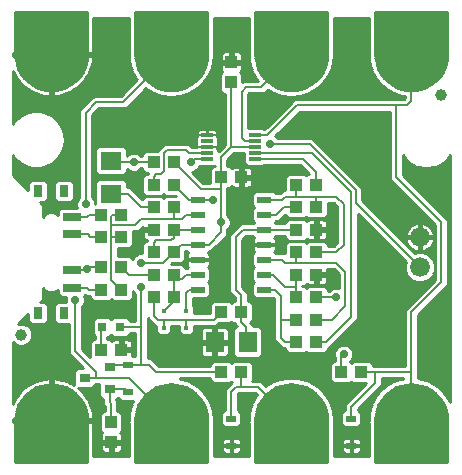
<source format=gtl>
G75*
%MOIN*%
%OFA0B0*%
%FSLAX25Y25*%
%IPPOS*%
%LPD*%
%AMOC8*
5,1,8,0,0,1.08239X$1,22.5*
%
%ADD10C,0.06600*%
%ADD11R,0.04331X0.03937*%
%ADD12R,0.01575X0.01575*%
%ADD13R,0.06299X0.07087*%
%ADD14R,0.07087X0.06299*%
%ADD15R,0.03150X0.03150*%
%ADD16C,0.03937*%
%ADD17C,0.20000*%
%ADD18C,0.01000*%
%ADD19R,0.03268X0.02480*%
%ADD20R,0.03150X0.03937*%
%ADD21R,0.05906X0.02756*%
%ADD22R,0.03937X0.01181*%
%ADD23R,0.03543X0.03150*%
%ADD24R,0.03937X0.04331*%
%ADD25R,0.04724X0.02362*%
%ADD26C,0.02900*%
%ADD27C,0.00800*%
%ADD28C,0.00700*%
D10*
X0216207Y0326400D03*
X0216207Y0336400D03*
D11*
X0181680Y0338900D03*
X0174987Y0338900D03*
X0174987Y0346400D03*
X0181680Y0346400D03*
X0181680Y0353900D03*
X0174987Y0353900D03*
X0156680Y0356400D03*
X0149987Y0356400D03*
X0134180Y0353900D03*
X0127487Y0353900D03*
X0127487Y0346400D03*
X0127487Y0338900D03*
X0134180Y0338900D03*
X0134180Y0346400D03*
X0134180Y0331400D03*
X0127487Y0331400D03*
X0127487Y0323900D03*
X0127487Y0316400D03*
X0134180Y0316400D03*
X0134180Y0323900D03*
X0149987Y0311400D03*
X0156680Y0311400D03*
X0174987Y0308900D03*
X0181680Y0308900D03*
X0181680Y0301400D03*
X0174987Y0301400D03*
X0189987Y0291400D03*
X0196680Y0291400D03*
X0181680Y0316400D03*
X0174987Y0316400D03*
X0174987Y0323900D03*
X0181680Y0323900D03*
X0181680Y0331400D03*
X0174987Y0331400D03*
X0156680Y0291400D03*
X0149987Y0291400D03*
X0116680Y0298900D03*
X0109987Y0298900D03*
X0109987Y0318900D03*
X0116680Y0318900D03*
X0116680Y0326400D03*
X0109987Y0326400D03*
X0109987Y0336400D03*
X0116680Y0336400D03*
X0116680Y0343900D03*
X0109987Y0343900D03*
X0127487Y0361400D03*
X0134180Y0361400D03*
D12*
X0130833Y0311656D03*
X0130833Y0306144D03*
X0138333Y0306144D03*
X0138333Y0311656D03*
D13*
X0147822Y0301400D03*
X0158845Y0301400D03*
D14*
X0113333Y0350888D03*
X0113333Y0361912D03*
D15*
X0110381Y0306400D03*
X0116286Y0306400D03*
D16*
X0083333Y0303900D03*
X0223333Y0383900D03*
D17*
X0213333Y0397400D03*
X0173333Y0397400D03*
X0133333Y0397400D03*
X0093333Y0397400D03*
X0093333Y0275400D03*
X0133333Y0275400D03*
X0173333Y0275400D03*
X0213333Y0275400D03*
D18*
X0105333Y0261400D02*
X0081333Y0261400D01*
X0105333Y0261400D01*
X0105333Y0275400D01*
X0105211Y0277108D01*
X0104847Y0278781D01*
X0104249Y0280385D01*
X0103428Y0281888D01*
X0102402Y0283258D01*
X0101192Y0284469D01*
X0099821Y0285495D01*
X0098318Y0286316D01*
X0096714Y0286914D01*
X0095041Y0287278D01*
X0093333Y0287400D01*
X0091626Y0287278D01*
X0089953Y0286914D01*
X0088348Y0286316D01*
X0086846Y0285495D01*
X0085475Y0284469D01*
X0084264Y0283258D01*
X0083238Y0281888D01*
X0082418Y0280385D01*
X0081819Y0278781D01*
X0081455Y0277108D01*
X0081333Y0275400D01*
X0081333Y0261400D01*
X0081333Y0262399D02*
X0105333Y0262399D01*
X0105333Y0263397D02*
X0081333Y0263397D01*
X0081333Y0264396D02*
X0105333Y0264396D01*
X0105333Y0265394D02*
X0081333Y0265394D01*
X0081333Y0266393D02*
X0105333Y0266393D01*
X0105333Y0267391D02*
X0081333Y0267391D01*
X0081333Y0268390D02*
X0105333Y0268390D01*
X0105333Y0269388D02*
X0081333Y0269388D01*
X0081333Y0270387D02*
X0105333Y0270387D01*
X0105333Y0271385D02*
X0081333Y0271385D01*
X0081333Y0272384D02*
X0105333Y0272384D01*
X0105333Y0273382D02*
X0081333Y0273382D01*
X0081333Y0274381D02*
X0105333Y0274381D01*
X0105333Y0275379D02*
X0081333Y0275379D01*
X0080433Y0275379D02*
X0092833Y0275379D01*
X0092833Y0274900D02*
X0080433Y0274900D01*
X0080433Y0275900D01*
X0092833Y0275900D01*
X0092833Y0274900D01*
X0093833Y0274900D01*
X0093833Y0263500D01*
X0092833Y0263500D01*
X0092833Y0274900D01*
X0092833Y0274381D02*
X0093833Y0274381D01*
X0093833Y0274900D02*
X0093833Y0275900D01*
X0092833Y0275900D01*
X0092833Y0289400D01*
X0092600Y0289400D01*
X0091140Y0289247D01*
X0089705Y0288942D01*
X0088309Y0288488D01*
X0086969Y0287891D01*
X0085698Y0287157D01*
X0084511Y0286295D01*
X0083420Y0285313D01*
X0082438Y0284223D01*
X0082438Y0284223D01*
X0082437Y0284220D01*
X0081576Y0283035D01*
X0080842Y0281765D01*
X0080842Y0281765D01*
X0080433Y0280846D01*
X0080433Y0301612D01*
X0081255Y0300790D01*
X0082604Y0300231D01*
X0084063Y0300231D01*
X0085411Y0300790D01*
X0086443Y0301822D01*
X0087002Y0303170D01*
X0087002Y0304630D01*
X0086443Y0305978D01*
X0085411Y0307010D01*
X0084063Y0307568D01*
X0082604Y0307568D01*
X0082378Y0307475D01*
X0085728Y0310825D01*
X0085728Y0308452D01*
X0086724Y0307456D01*
X0091282Y0307456D01*
X0092277Y0308452D01*
X0092277Y0313797D01*
X0091282Y0314793D01*
X0089696Y0314793D01*
X0090433Y0315530D01*
X0090433Y0319548D01*
X0091367Y0318614D01*
X0092643Y0318086D01*
X0094024Y0318086D01*
X0095300Y0318614D01*
X0095570Y0318885D01*
X0095570Y0317507D01*
X0096566Y0316511D01*
X0098384Y0316511D01*
X0098183Y0316027D01*
X0098183Y0314793D01*
X0095385Y0314793D01*
X0094389Y0313797D01*
X0094389Y0308452D01*
X0095385Y0307456D01*
X0099233Y0307456D01*
X0099233Y0297530D01*
X0104089Y0292675D01*
X0102027Y0292675D01*
X0101031Y0291679D01*
X0101031Y0287121D01*
X0101063Y0287089D01*
X0100969Y0287157D01*
X0100480Y0287440D01*
X0099698Y0287891D01*
X0099131Y0288144D01*
X0098357Y0288488D01*
X0097698Y0288702D01*
X0096962Y0288942D01*
X0095526Y0289247D01*
X0094067Y0289400D01*
X0093833Y0289400D01*
X0093833Y0275900D01*
X0107333Y0275900D01*
X0107333Y0276134D01*
X0107180Y0277593D01*
X0107180Y0277593D01*
X0106875Y0279028D01*
X0106875Y0279028D01*
X0106421Y0280424D01*
X0105825Y0281765D01*
X0105091Y0283035D01*
X0105091Y0283035D01*
X0104228Y0284223D01*
X0103246Y0285313D01*
X0102884Y0285640D01*
X0102344Y0286125D01*
X0106978Y0286125D01*
X0107974Y0287121D01*
X0107974Y0287300D01*
X0109203Y0287300D01*
X0109253Y0287350D01*
X0109299Y0287350D01*
X0109299Y0283381D01*
X0110295Y0282385D01*
X0110720Y0282385D01*
X0110720Y0280614D01*
X0111283Y0280051D01*
X0111283Y0278612D01*
X0110661Y0278612D01*
X0109665Y0277616D01*
X0109665Y0271877D01*
X0110283Y0271259D01*
X0110165Y0271140D01*
X0109967Y0270798D01*
X0109865Y0270416D01*
X0109865Y0268538D01*
X0112849Y0268538D01*
X0112849Y0267569D01*
X0113818Y0267569D01*
X0113818Y0268538D01*
X0116802Y0268538D01*
X0116802Y0270416D01*
X0116700Y0270798D01*
X0116502Y0271140D01*
X0116383Y0271259D01*
X0117002Y0271877D01*
X0117002Y0277616D01*
X0116006Y0278612D01*
X0115383Y0278612D01*
X0115383Y0281749D01*
X0114820Y0282312D01*
X0114820Y0282385D01*
X0115246Y0282385D01*
X0115644Y0282783D01*
X0116495Y0281932D01*
X0120647Y0281932D01*
X0120411Y0281301D01*
X0120050Y0280640D01*
X0120101Y0280468D01*
X0120014Y0280236D01*
X0119863Y0280139D01*
X0119703Y0279402D01*
X0119440Y0278696D01*
X0119514Y0278533D01*
X0119461Y0278291D01*
X0119326Y0278174D01*
X0119272Y0277422D01*
X0119112Y0276685D01*
X0119209Y0276534D01*
X0119197Y0276375D01*
X0119133Y0276311D01*
X0119133Y0275478D01*
X0119074Y0274648D01*
X0119133Y0274579D01*
X0119133Y0263500D01*
X0107333Y0263500D01*
X0107333Y0274900D01*
X0093833Y0274900D01*
X0093833Y0275379D02*
X0109665Y0275379D01*
X0109665Y0274381D02*
X0107333Y0274381D01*
X0107333Y0273382D02*
X0109665Y0273382D01*
X0109665Y0272384D02*
X0107333Y0272384D01*
X0107333Y0271385D02*
X0110157Y0271385D01*
X0109865Y0270387D02*
X0107333Y0270387D01*
X0107333Y0269388D02*
X0109865Y0269388D01*
X0109865Y0267569D02*
X0109865Y0265691D01*
X0109967Y0265309D01*
X0110165Y0264967D01*
X0110444Y0264688D01*
X0110786Y0264490D01*
X0111167Y0264388D01*
X0112849Y0264388D01*
X0112849Y0267569D01*
X0109865Y0267569D01*
X0109865Y0267391D02*
X0107333Y0267391D01*
X0107333Y0266393D02*
X0109865Y0266393D01*
X0109944Y0265394D02*
X0107333Y0265394D01*
X0107333Y0264396D02*
X0111140Y0264396D01*
X0112849Y0264396D02*
X0113818Y0264396D01*
X0113818Y0264388D02*
X0115499Y0264388D01*
X0115881Y0264490D01*
X0116223Y0264688D01*
X0116502Y0264967D01*
X0116700Y0265309D01*
X0116802Y0265691D01*
X0116802Y0267569D01*
X0113818Y0267569D01*
X0113818Y0264388D01*
X0113818Y0265394D02*
X0112849Y0265394D01*
X0112849Y0266393D02*
X0113818Y0266393D01*
X0113818Y0267391D02*
X0112849Y0267391D01*
X0112849Y0268390D02*
X0107333Y0268390D01*
X0113818Y0268390D02*
X0119133Y0268390D01*
X0119133Y0269388D02*
X0116802Y0269388D01*
X0116802Y0270387D02*
X0119133Y0270387D01*
X0119133Y0271385D02*
X0116510Y0271385D01*
X0117002Y0272384D02*
X0119133Y0272384D01*
X0119133Y0273382D02*
X0117002Y0273382D01*
X0117002Y0274381D02*
X0119133Y0274381D01*
X0119126Y0275379D02*
X0117002Y0275379D01*
X0117002Y0276378D02*
X0119198Y0276378D01*
X0119262Y0277376D02*
X0117002Y0277376D01*
X0116243Y0278375D02*
X0119480Y0278375D01*
X0119692Y0279373D02*
X0115383Y0279373D01*
X0115383Y0280372D02*
X0120065Y0280372D01*
X0120437Y0281370D02*
X0115383Y0281370D01*
X0114820Y0282369D02*
X0116059Y0282369D01*
X0110720Y0282369D02*
X0105476Y0282369D01*
X0105825Y0281765D02*
X0105825Y0281765D01*
X0106000Y0281370D02*
X0110720Y0281370D01*
X0110962Y0280372D02*
X0106438Y0280372D01*
X0106421Y0280424D02*
X0106421Y0280424D01*
X0106763Y0279373D02*
X0111283Y0279373D01*
X0110424Y0278375D02*
X0107014Y0278375D01*
X0107203Y0277376D02*
X0109665Y0277376D01*
X0109665Y0276378D02*
X0107308Y0276378D01*
X0105263Y0276378D02*
X0081403Y0276378D01*
X0081514Y0277376D02*
X0105153Y0277376D01*
X0104936Y0278375D02*
X0081731Y0278375D01*
X0082040Y0279373D02*
X0104626Y0279373D01*
X0104254Y0280372D02*
X0082413Y0280372D01*
X0082956Y0281370D02*
X0103711Y0281370D01*
X0103068Y0282369D02*
X0083598Y0282369D01*
X0084373Y0283367D02*
X0102293Y0283367D01*
X0101295Y0284366D02*
X0085372Y0284366D01*
X0086671Y0285364D02*
X0099996Y0285364D01*
X0100969Y0287157D02*
X0100969Y0287157D01*
X0101031Y0287361D02*
X0100616Y0287361D01*
X0099698Y0287891D02*
X0099698Y0287891D01*
X0098645Y0288360D02*
X0101031Y0288360D01*
X0101031Y0289358D02*
X0094464Y0289358D01*
X0093833Y0289358D02*
X0092833Y0289358D01*
X0092203Y0289358D02*
X0080433Y0289358D01*
X0080433Y0288360D02*
X0088021Y0288360D01*
X0088475Y0286363D02*
X0098192Y0286363D01*
X0098357Y0288488D02*
X0098357Y0288488D01*
X0096962Y0288942D02*
X0096962Y0288942D01*
X0093833Y0288360D02*
X0092833Y0288360D01*
X0092833Y0287361D02*
X0093833Y0287361D01*
X0093874Y0287361D02*
X0092792Y0287361D01*
X0092833Y0286363D02*
X0093833Y0286363D01*
X0093833Y0285364D02*
X0092833Y0285364D01*
X0092833Y0284366D02*
X0093833Y0284366D01*
X0093833Y0283367D02*
X0092833Y0283367D01*
X0092833Y0282369D02*
X0093833Y0282369D01*
X0093833Y0281370D02*
X0092833Y0281370D01*
X0092833Y0280372D02*
X0093833Y0280372D01*
X0093833Y0279373D02*
X0092833Y0279373D01*
X0092833Y0278375D02*
X0093833Y0278375D01*
X0093833Y0277376D02*
X0092833Y0277376D01*
X0092833Y0276378D02*
X0093833Y0276378D01*
X0093833Y0273382D02*
X0092833Y0273382D01*
X0092833Y0272384D02*
X0093833Y0272384D01*
X0093833Y0271385D02*
X0092833Y0271385D01*
X0092833Y0270387D02*
X0093833Y0270387D01*
X0093833Y0269388D02*
X0092833Y0269388D01*
X0092833Y0268390D02*
X0093833Y0268390D01*
X0093833Y0267391D02*
X0092833Y0267391D01*
X0092833Y0266393D02*
X0093833Y0266393D01*
X0093833Y0265394D02*
X0092833Y0265394D01*
X0092833Y0264396D02*
X0093833Y0264396D01*
X0080667Y0281370D02*
X0080433Y0281370D01*
X0080433Y0282369D02*
X0081191Y0282369D01*
X0081576Y0283035D02*
X0081576Y0283035D01*
X0081817Y0283367D02*
X0080433Y0283367D01*
X0080433Y0284366D02*
X0082567Y0284366D01*
X0083420Y0285313D02*
X0083420Y0285313D01*
X0083477Y0285364D02*
X0080433Y0285364D01*
X0080433Y0286363D02*
X0084604Y0286363D01*
X0086051Y0287361D02*
X0080433Y0287361D01*
X0080433Y0290357D02*
X0101031Y0290357D01*
X0101031Y0291355D02*
X0080433Y0291355D01*
X0080433Y0292354D02*
X0101706Y0292354D01*
X0103411Y0293352D02*
X0080433Y0293352D01*
X0080433Y0294351D02*
X0102413Y0294351D01*
X0101414Y0295349D02*
X0080433Y0295349D01*
X0080433Y0296348D02*
X0100416Y0296348D01*
X0099417Y0297346D02*
X0080433Y0297346D01*
X0080433Y0298345D02*
X0099233Y0298345D01*
X0099233Y0299343D02*
X0080433Y0299343D01*
X0080433Y0300342D02*
X0082337Y0300342D01*
X0080705Y0301340D02*
X0080433Y0301340D01*
X0084330Y0300342D02*
X0099233Y0300342D01*
X0099233Y0301340D02*
X0085962Y0301340D01*
X0086657Y0302339D02*
X0099233Y0302339D01*
X0099233Y0303337D02*
X0087002Y0303337D01*
X0087002Y0304336D02*
X0099233Y0304336D01*
X0099233Y0305334D02*
X0086710Y0305334D01*
X0086088Y0306333D02*
X0099233Y0306333D01*
X0099233Y0307332D02*
X0084635Y0307332D01*
X0085850Y0308330D02*
X0083233Y0308330D01*
X0084232Y0309329D02*
X0085728Y0309329D01*
X0085728Y0310327D02*
X0085230Y0310327D01*
X0090223Y0315320D02*
X0098183Y0315320D01*
X0098304Y0316318D02*
X0090433Y0316318D01*
X0090433Y0317317D02*
X0095761Y0317317D01*
X0095570Y0318315D02*
X0094577Y0318315D01*
X0092089Y0318315D02*
X0090433Y0318315D01*
X0090433Y0319314D02*
X0090667Y0319314D01*
X0091753Y0314321D02*
X0094913Y0314321D01*
X0094389Y0313323D02*
X0092277Y0313323D01*
X0092277Y0312324D02*
X0094389Y0312324D01*
X0094389Y0311326D02*
X0092277Y0311326D01*
X0092277Y0310327D02*
X0094389Y0310327D01*
X0094389Y0309329D02*
X0092277Y0309329D01*
X0092156Y0308330D02*
X0094511Y0308330D01*
X0103433Y0308330D02*
X0107106Y0308330D01*
X0107106Y0308679D02*
X0107106Y0304121D01*
X0107887Y0303340D01*
X0107887Y0302568D01*
X0107117Y0302568D01*
X0106122Y0301573D01*
X0106122Y0296582D01*
X0103433Y0299270D01*
X0103433Y0313045D01*
X0104004Y0313616D01*
X0104483Y0314773D01*
X0104483Y0316027D01*
X0104165Y0316796D01*
X0104566Y0317197D01*
X0104963Y0316800D01*
X0106122Y0316800D01*
X0106122Y0316227D01*
X0107117Y0315231D01*
X0112856Y0315231D01*
X0113333Y0315708D01*
X0113810Y0315231D01*
X0119549Y0315231D01*
X0120545Y0316227D01*
X0120545Y0318400D01*
X0120663Y0318116D01*
X0121233Y0317545D01*
X0121233Y0308500D01*
X0119561Y0308500D01*
X0119561Y0308679D01*
X0118565Y0309675D01*
X0114007Y0309675D01*
X0113333Y0309001D01*
X0112660Y0309675D01*
X0108102Y0309675D01*
X0107106Y0308679D01*
X0107755Y0309329D02*
X0103433Y0309329D01*
X0103433Y0310327D02*
X0121233Y0310327D01*
X0121233Y0309329D02*
X0118911Y0309329D01*
X0121233Y0311326D02*
X0103433Y0311326D01*
X0103433Y0312324D02*
X0121233Y0312324D01*
X0121233Y0313323D02*
X0103711Y0313323D01*
X0104296Y0314321D02*
X0121233Y0314321D01*
X0121233Y0315320D02*
X0119637Y0315320D01*
X0120545Y0316318D02*
X0121233Y0316318D01*
X0121233Y0317317D02*
X0120545Y0317317D01*
X0120545Y0318315D02*
X0120580Y0318315D01*
X0113722Y0315320D02*
X0112945Y0315320D01*
X0107029Y0315320D02*
X0104483Y0315320D01*
X0104363Y0316318D02*
X0106122Y0316318D01*
X0107106Y0307332D02*
X0103433Y0307332D01*
X0103433Y0306333D02*
X0107106Y0306333D01*
X0107106Y0305334D02*
X0103433Y0305334D01*
X0103433Y0304336D02*
X0107106Y0304336D01*
X0107887Y0303337D02*
X0103433Y0303337D01*
X0103433Y0302339D02*
X0106888Y0302339D01*
X0106122Y0301340D02*
X0103433Y0301340D01*
X0103433Y0300342D02*
X0106122Y0300342D01*
X0106122Y0299343D02*
X0103433Y0299343D01*
X0104358Y0298345D02*
X0106122Y0298345D01*
X0106122Y0297346D02*
X0105357Y0297346D01*
X0112087Y0302568D02*
X0112087Y0303125D01*
X0112660Y0303125D01*
X0113333Y0303799D01*
X0114007Y0303125D01*
X0118565Y0303125D01*
X0119561Y0304121D01*
X0119561Y0304300D01*
X0121233Y0304300D01*
X0121233Y0296806D01*
X0121171Y0296868D01*
X0120345Y0296868D01*
X0120345Y0298416D01*
X0117164Y0298416D01*
X0117164Y0299384D01*
X0120345Y0299384D01*
X0120345Y0301066D01*
X0120243Y0301447D01*
X0120045Y0301790D01*
X0119766Y0302069D01*
X0119424Y0302266D01*
X0119043Y0302368D01*
X0117164Y0302368D01*
X0117164Y0299384D01*
X0116196Y0299384D01*
X0116196Y0302368D01*
X0114317Y0302368D01*
X0113935Y0302266D01*
X0113593Y0302069D01*
X0113475Y0301950D01*
X0112856Y0302568D01*
X0112087Y0302568D01*
X0113086Y0302339D02*
X0114207Y0302339D01*
X0113795Y0303337D02*
X0112872Y0303337D01*
X0116196Y0302339D02*
X0117164Y0302339D01*
X0117164Y0301340D02*
X0116196Y0301340D01*
X0116196Y0300342D02*
X0117164Y0300342D01*
X0117164Y0299343D02*
X0121233Y0299343D01*
X0121233Y0298345D02*
X0120345Y0298345D01*
X0120345Y0297346D02*
X0121233Y0297346D01*
X0121233Y0300342D02*
X0120345Y0300342D01*
X0120272Y0301340D02*
X0121233Y0301340D01*
X0121233Y0302339D02*
X0119153Y0302339D01*
X0118777Y0303337D02*
X0121233Y0303337D01*
X0125433Y0303337D02*
X0143172Y0303337D01*
X0143172Y0302339D02*
X0125433Y0302339D01*
X0125433Y0301340D02*
X0147321Y0301340D01*
X0147321Y0300900D02*
X0143172Y0300900D01*
X0143172Y0297659D01*
X0143274Y0297278D01*
X0143472Y0296936D01*
X0143751Y0296656D01*
X0144093Y0296459D01*
X0144474Y0296357D01*
X0147322Y0296357D01*
X0147322Y0300900D01*
X0148321Y0300900D01*
X0148321Y0296357D01*
X0151169Y0296357D01*
X0151550Y0296459D01*
X0151892Y0296656D01*
X0152171Y0296936D01*
X0152369Y0297278D01*
X0152471Y0297659D01*
X0152471Y0300900D01*
X0148322Y0300900D01*
X0148322Y0301900D01*
X0152471Y0301900D01*
X0152471Y0305141D01*
X0152369Y0305522D01*
X0152171Y0305864D01*
X0151892Y0306144D01*
X0151550Y0306341D01*
X0151169Y0306443D01*
X0148321Y0306443D01*
X0148321Y0301900D01*
X0147322Y0301900D01*
X0147322Y0306443D01*
X0144474Y0306443D01*
X0144093Y0306341D01*
X0143751Y0306144D01*
X0143472Y0305864D01*
X0143274Y0305522D01*
X0143172Y0305141D01*
X0143172Y0301900D01*
X0147321Y0301900D01*
X0147321Y0300900D01*
X0147322Y0300342D02*
X0148321Y0300342D01*
X0148322Y0301340D02*
X0153996Y0301340D01*
X0153996Y0300342D02*
X0152471Y0300342D01*
X0152471Y0299343D02*
X0153996Y0299343D01*
X0153996Y0298345D02*
X0152471Y0298345D01*
X0152387Y0297346D02*
X0153996Y0297346D01*
X0153996Y0297153D02*
X0154991Y0296157D01*
X0162699Y0296157D01*
X0163695Y0297153D01*
X0163695Y0305647D01*
X0162699Y0306643D01*
X0160433Y0306643D01*
X0160433Y0307270D01*
X0159760Y0307943D01*
X0160545Y0308727D01*
X0160545Y0314073D01*
X0159549Y0315068D01*
X0158780Y0315068D01*
X0158780Y0317923D01*
X0157550Y0319154D01*
X0156933Y0319770D01*
X0156933Y0335530D01*
X0158203Y0336800D01*
X0160509Y0336800D01*
X0161051Y0336259D01*
X0160794Y0336002D01*
X0160597Y0335660D01*
X0160495Y0335279D01*
X0160495Y0333991D01*
X0164266Y0333991D01*
X0164266Y0333809D01*
X0160495Y0333809D01*
X0160495Y0332521D01*
X0160597Y0332140D01*
X0160794Y0331798D01*
X0161051Y0331541D01*
X0160295Y0330785D01*
X0160295Y0327015D01*
X0160909Y0326400D01*
X0160295Y0325785D01*
X0160295Y0322015D01*
X0160909Y0321400D01*
X0160295Y0320785D01*
X0160295Y0317015D01*
X0161291Y0316019D01*
X0167423Y0316019D01*
X0167584Y0316180D01*
X0167733Y0316030D01*
X0167733Y0302030D01*
X0168963Y0300800D01*
X0169233Y0300530D01*
X0170463Y0299300D01*
X0171122Y0299300D01*
X0171122Y0298727D01*
X0172117Y0297731D01*
X0177856Y0297731D01*
X0178333Y0298208D01*
X0178810Y0297731D01*
X0184549Y0297731D01*
X0185545Y0298727D01*
X0185545Y0299300D01*
X0185703Y0299300D01*
X0186933Y0300530D01*
X0195433Y0309030D01*
X0195433Y0344204D01*
X0211511Y0328127D01*
X0211207Y0327395D01*
X0211207Y0325405D01*
X0211969Y0323568D01*
X0213375Y0322161D01*
X0215213Y0321400D01*
X0217202Y0321400D01*
X0219040Y0322161D01*
X0220446Y0323568D01*
X0221207Y0325405D01*
X0221207Y0327395D01*
X0220446Y0329232D01*
X0219040Y0330639D01*
X0217202Y0331400D01*
X0215213Y0331400D01*
X0214480Y0331097D01*
X0196933Y0348644D01*
X0196933Y0352891D01*
X0181555Y0368270D01*
X0180325Y0369500D01*
X0168688Y0369500D01*
X0168118Y0370070D01*
X0168016Y0370113D01*
X0168203Y0370300D01*
X0176140Y0378237D01*
X0206233Y0378237D01*
X0206233Y0355530D01*
X0221233Y0340530D01*
X0221233Y0322270D01*
X0212463Y0313500D01*
X0211233Y0312270D01*
X0211233Y0293500D01*
X0200545Y0293500D01*
X0200545Y0294073D01*
X0199549Y0295068D01*
X0193810Y0295068D01*
X0193333Y0294592D01*
X0192906Y0295018D01*
X0193504Y0295616D01*
X0193983Y0296773D01*
X0193983Y0298027D01*
X0193504Y0299184D01*
X0192618Y0300070D01*
X0191460Y0300550D01*
X0190207Y0300550D01*
X0189049Y0300070D01*
X0188163Y0299184D01*
X0187683Y0298027D01*
X0187683Y0296773D01*
X0187887Y0296282D01*
X0187887Y0295068D01*
X0187117Y0295068D01*
X0186122Y0294073D01*
X0186122Y0288727D01*
X0187117Y0287731D01*
X0192856Y0287731D01*
X0193333Y0288208D01*
X0193810Y0287731D01*
X0198195Y0287731D01*
X0191233Y0280770D01*
X0191233Y0278868D01*
X0190995Y0278868D01*
X0189999Y0277872D01*
X0189999Y0273983D01*
X0190995Y0272987D01*
X0195671Y0272987D01*
X0196667Y0273983D01*
X0196667Y0277872D01*
X0195671Y0278868D01*
X0195433Y0278868D01*
X0195433Y0279030D01*
X0202203Y0285800D01*
X0203433Y0287030D01*
X0203433Y0289300D01*
X0210467Y0289300D01*
X0210442Y0289272D01*
X0210200Y0289219D01*
X0210038Y0289294D01*
X0209331Y0289030D01*
X0208594Y0288870D01*
X0208498Y0288719D01*
X0208266Y0288633D01*
X0208094Y0288683D01*
X0207432Y0288322D01*
X0206726Y0288058D01*
X0206651Y0287896D01*
X0206434Y0287777D01*
X0206257Y0287802D01*
X0205653Y0287351D01*
X0204991Y0286989D01*
X0204941Y0286817D01*
X0204743Y0286669D01*
X0204564Y0286669D01*
X0204031Y0286136D01*
X0203427Y0285684D01*
X0203402Y0285507D01*
X0203226Y0285332D01*
X0203049Y0285306D01*
X0202597Y0284703D01*
X0202064Y0284170D01*
X0202064Y0283991D01*
X0201916Y0283792D01*
X0201744Y0283742D01*
X0201383Y0283080D01*
X0200931Y0282477D01*
X0200956Y0282299D01*
X0200838Y0282082D01*
X0200675Y0282008D01*
X0200411Y0281301D01*
X0200050Y0280640D01*
X0200101Y0280468D01*
X0200014Y0280236D01*
X0199863Y0280139D01*
X0199703Y0279402D01*
X0199440Y0278696D01*
X0199514Y0278533D01*
X0199461Y0278291D01*
X0199326Y0278174D01*
X0199272Y0277422D01*
X0199112Y0276685D01*
X0199209Y0276534D01*
X0199197Y0276375D01*
X0199133Y0276311D01*
X0199133Y0275478D01*
X0199074Y0274648D01*
X0199133Y0274579D01*
X0199133Y0263500D01*
X0187533Y0263500D01*
X0187533Y0274579D01*
X0187593Y0274648D01*
X0187533Y0275479D01*
X0187533Y0276311D01*
X0187469Y0276375D01*
X0187458Y0276534D01*
X0187555Y0276685D01*
X0187394Y0277422D01*
X0187341Y0278174D01*
X0187205Y0278291D01*
X0187153Y0278533D01*
X0187227Y0278696D01*
X0186964Y0279402D01*
X0186803Y0280139D01*
X0186653Y0280236D01*
X0186566Y0280468D01*
X0186617Y0280640D01*
X0186255Y0281301D01*
X0185992Y0282008D01*
X0185829Y0282082D01*
X0185710Y0282299D01*
X0185736Y0282477D01*
X0185284Y0283080D01*
X0184923Y0283742D01*
X0184751Y0283792D01*
X0184602Y0283991D01*
X0184602Y0284170D01*
X0184069Y0284703D01*
X0183617Y0285306D01*
X0183440Y0285332D01*
X0183265Y0285507D01*
X0183240Y0285684D01*
X0182636Y0286136D01*
X0182103Y0286669D01*
X0181924Y0286669D01*
X0181726Y0286817D01*
X0181675Y0286989D01*
X0181013Y0287351D01*
X0180410Y0287802D01*
X0180233Y0287777D01*
X0180015Y0287896D01*
X0179941Y0288058D01*
X0179235Y0288322D01*
X0178573Y0288683D01*
X0178401Y0288633D01*
X0178169Y0288719D01*
X0178072Y0288870D01*
X0177336Y0289030D01*
X0176629Y0289294D01*
X0176466Y0289219D01*
X0176224Y0289272D01*
X0176107Y0289407D01*
X0175355Y0289461D01*
X0174618Y0289621D01*
X0174468Y0289524D01*
X0174221Y0289542D01*
X0174085Y0289659D01*
X0173333Y0289606D01*
X0172581Y0289659D01*
X0172446Y0289542D01*
X0172199Y0289524D01*
X0172048Y0289621D01*
X0171312Y0289461D01*
X0170560Y0289407D01*
X0170442Y0289272D01*
X0170200Y0289219D01*
X0170038Y0289294D01*
X0169331Y0289030D01*
X0168594Y0288870D01*
X0168498Y0288719D01*
X0168266Y0288633D01*
X0168094Y0288683D01*
X0167432Y0288322D01*
X0166726Y0288058D01*
X0166651Y0287896D01*
X0166434Y0287777D01*
X0166257Y0287802D01*
X0165653Y0287351D01*
X0164991Y0286989D01*
X0164941Y0286817D01*
X0164909Y0286794D01*
X0164433Y0287270D01*
X0163203Y0288500D01*
X0160318Y0288500D01*
X0160545Y0288727D01*
X0160545Y0294073D01*
X0159549Y0295068D01*
X0153810Y0295068D01*
X0153333Y0294592D01*
X0152856Y0295068D01*
X0147117Y0295068D01*
X0146122Y0294073D01*
X0146122Y0293500D01*
X0129203Y0293500D01*
X0126676Y0296028D01*
X0125433Y0296028D01*
X0125433Y0309330D01*
X0126733Y0308030D01*
X0127963Y0306800D01*
X0128346Y0306800D01*
X0128346Y0304653D01*
X0129342Y0303657D01*
X0132325Y0303657D01*
X0133321Y0304653D01*
X0133321Y0306800D01*
X0135846Y0306800D01*
X0135846Y0304653D01*
X0136842Y0303657D01*
X0139825Y0303657D01*
X0140821Y0304653D01*
X0140821Y0306800D01*
X0148357Y0306800D01*
X0149288Y0307731D01*
X0152856Y0307731D01*
X0153333Y0308208D01*
X0153810Y0307731D01*
X0154580Y0307731D01*
X0154580Y0307184D01*
X0155120Y0306643D01*
X0154991Y0306643D01*
X0153996Y0305647D01*
X0153996Y0297153D01*
X0154800Y0296348D02*
X0125433Y0296348D01*
X0125433Y0297346D02*
X0143256Y0297346D01*
X0143172Y0298345D02*
X0125433Y0298345D01*
X0125433Y0299343D02*
X0143172Y0299343D01*
X0143172Y0300342D02*
X0125433Y0300342D01*
X0125433Y0304336D02*
X0128662Y0304336D01*
X0128346Y0305334D02*
X0125433Y0305334D01*
X0125433Y0306333D02*
X0128346Y0306333D01*
X0127432Y0307332D02*
X0125433Y0307332D01*
X0125433Y0308330D02*
X0126433Y0308330D01*
X0125435Y0309329D02*
X0125433Y0309329D01*
X0133321Y0306333D02*
X0135846Y0306333D01*
X0135846Y0305334D02*
X0133321Y0305334D01*
X0133004Y0304336D02*
X0136162Y0304336D01*
X0140504Y0304336D02*
X0143172Y0304336D01*
X0143224Y0305334D02*
X0140821Y0305334D01*
X0140821Y0306333D02*
X0144079Y0306333D01*
X0147322Y0306333D02*
X0148321Y0306333D01*
X0148321Y0305334D02*
X0147322Y0305334D01*
X0147322Y0304336D02*
X0148321Y0304336D01*
X0148321Y0303337D02*
X0147322Y0303337D01*
X0147322Y0302339D02*
X0148321Y0302339D01*
X0148321Y0299343D02*
X0147322Y0299343D01*
X0147322Y0298345D02*
X0148321Y0298345D01*
X0148321Y0297346D02*
X0147322Y0297346D01*
X0146400Y0294351D02*
X0128352Y0294351D01*
X0127354Y0295349D02*
X0187887Y0295349D01*
X0187860Y0296348D02*
X0162890Y0296348D01*
X0163695Y0297346D02*
X0187683Y0297346D01*
X0187815Y0298345D02*
X0185163Y0298345D01*
X0185747Y0299343D02*
X0188322Y0299343D01*
X0189704Y0300342D02*
X0186745Y0300342D01*
X0187744Y0301340D02*
X0211233Y0301340D01*
X0211233Y0300342D02*
X0191962Y0300342D01*
X0193345Y0299343D02*
X0211233Y0299343D01*
X0211233Y0298345D02*
X0193851Y0298345D01*
X0193983Y0297346D02*
X0211233Y0297346D01*
X0211233Y0296348D02*
X0193807Y0296348D01*
X0193237Y0295349D02*
X0211233Y0295349D01*
X0211233Y0294351D02*
X0200267Y0294351D01*
X0203433Y0288360D02*
X0207502Y0288360D01*
X0205668Y0287361D02*
X0203433Y0287361D01*
X0202766Y0286363D02*
X0204258Y0286363D01*
X0203259Y0285364D02*
X0201767Y0285364D01*
X0202261Y0284366D02*
X0200769Y0284366D01*
X0201540Y0283367D02*
X0199770Y0283367D01*
X0198772Y0282369D02*
X0200946Y0282369D01*
X0200437Y0281370D02*
X0197773Y0281370D01*
X0196775Y0280372D02*
X0200065Y0280372D01*
X0199692Y0279373D02*
X0195776Y0279373D01*
X0196164Y0278375D02*
X0199480Y0278375D01*
X0199262Y0277376D02*
X0196667Y0277376D01*
X0196667Y0276378D02*
X0199198Y0276378D01*
X0199126Y0275379D02*
X0196667Y0275379D01*
X0196667Y0274381D02*
X0199133Y0274381D01*
X0199133Y0273382D02*
X0196066Y0273382D01*
X0199133Y0272384D02*
X0187533Y0272384D01*
X0187533Y0273382D02*
X0190601Y0273382D01*
X0189999Y0274381D02*
X0187533Y0274381D01*
X0187540Y0275379D02*
X0189999Y0275379D01*
X0189999Y0276378D02*
X0187469Y0276378D01*
X0187404Y0277376D02*
X0189999Y0277376D01*
X0190502Y0278375D02*
X0187187Y0278375D01*
X0186974Y0279373D02*
X0191233Y0279373D01*
X0191233Y0280372D02*
X0186602Y0280372D01*
X0186229Y0281370D02*
X0191834Y0281370D01*
X0192832Y0282369D02*
X0185720Y0282369D01*
X0185127Y0283367D02*
X0193831Y0283367D01*
X0194829Y0284366D02*
X0184406Y0284366D01*
X0183408Y0285364D02*
X0195828Y0285364D01*
X0196826Y0286363D02*
X0182409Y0286363D01*
X0180999Y0287361D02*
X0197825Y0287361D01*
X0203598Y0282369D02*
X0223068Y0282369D01*
X0223428Y0281888D02*
X0222402Y0283258D01*
X0221192Y0284469D01*
X0219821Y0285495D01*
X0218318Y0286316D01*
X0216714Y0286914D01*
X0215041Y0287278D01*
X0213333Y0287400D01*
X0211626Y0287278D01*
X0209953Y0286914D01*
X0208348Y0286316D01*
X0206846Y0285495D01*
X0205475Y0284469D01*
X0204264Y0283258D01*
X0203238Y0281888D01*
X0202418Y0280385D01*
X0201819Y0278781D01*
X0201455Y0277108D01*
X0201333Y0275400D01*
X0201333Y0261400D01*
X0225333Y0261400D01*
X0225333Y0275400D01*
X0225211Y0277108D01*
X0224847Y0278781D01*
X0224249Y0280385D01*
X0223428Y0281888D01*
X0223711Y0281370D02*
X0202956Y0281370D01*
X0202413Y0280372D02*
X0224254Y0280372D01*
X0224626Y0279373D02*
X0202040Y0279373D01*
X0201731Y0278375D02*
X0224936Y0278375D01*
X0225153Y0277376D02*
X0201514Y0277376D01*
X0201403Y0276378D02*
X0225263Y0276378D01*
X0225333Y0275379D02*
X0201333Y0275379D01*
X0201333Y0274381D02*
X0225333Y0274381D01*
X0225333Y0273382D02*
X0201333Y0273382D01*
X0201333Y0272384D02*
X0225333Y0272384D01*
X0225333Y0271385D02*
X0201333Y0271385D01*
X0201333Y0270387D02*
X0225333Y0270387D01*
X0225333Y0269388D02*
X0201333Y0269388D01*
X0201333Y0268390D02*
X0225333Y0268390D01*
X0225333Y0267391D02*
X0201333Y0267391D01*
X0201333Y0266393D02*
X0225333Y0266393D01*
X0225333Y0265394D02*
X0201333Y0265394D01*
X0201333Y0264396D02*
X0225333Y0264396D01*
X0225333Y0263397D02*
X0201333Y0263397D01*
X0201333Y0262399D02*
X0225333Y0262399D01*
X0225333Y0261400D02*
X0201333Y0261400D01*
X0199133Y0264396D02*
X0195825Y0264396D01*
X0195888Y0264432D02*
X0196167Y0264711D01*
X0196365Y0265053D01*
X0196467Y0265435D01*
X0196467Y0266752D01*
X0193453Y0266752D01*
X0193453Y0264132D01*
X0195165Y0264132D01*
X0195546Y0264235D01*
X0195888Y0264432D01*
X0196456Y0265394D02*
X0199133Y0265394D01*
X0199133Y0266393D02*
X0196467Y0266393D01*
X0196467Y0266993D02*
X0196467Y0268310D01*
X0196365Y0268692D01*
X0196167Y0269034D01*
X0195888Y0269313D01*
X0195546Y0269510D01*
X0195165Y0269613D01*
X0193453Y0269613D01*
X0193453Y0266993D01*
X0193213Y0266993D01*
X0193213Y0269613D01*
X0191502Y0269613D01*
X0191120Y0269510D01*
X0190778Y0269313D01*
X0190499Y0269034D01*
X0190302Y0268692D01*
X0190199Y0268310D01*
X0190199Y0266993D01*
X0193213Y0266993D01*
X0193213Y0266752D01*
X0193453Y0266752D01*
X0193453Y0266993D01*
X0196467Y0266993D01*
X0196467Y0267391D02*
X0199133Y0267391D01*
X0199133Y0268390D02*
X0196446Y0268390D01*
X0195758Y0269388D02*
X0199133Y0269388D01*
X0199133Y0270387D02*
X0187533Y0270387D01*
X0187533Y0271385D02*
X0199133Y0271385D01*
X0193453Y0269388D02*
X0193213Y0269388D01*
X0193213Y0268390D02*
X0193453Y0268390D01*
X0193453Y0267391D02*
X0193213Y0267391D01*
X0193213Y0266752D02*
X0190199Y0266752D01*
X0190199Y0265435D01*
X0190302Y0265053D01*
X0190499Y0264711D01*
X0190778Y0264432D01*
X0191120Y0264235D01*
X0191502Y0264132D01*
X0193213Y0264132D01*
X0193213Y0266752D01*
X0193213Y0266393D02*
X0193453Y0266393D01*
X0193453Y0265394D02*
X0193213Y0265394D01*
X0193213Y0264396D02*
X0193453Y0264396D01*
X0190842Y0264396D02*
X0187533Y0264396D01*
X0187533Y0265394D02*
X0190210Y0265394D01*
X0190199Y0266393D02*
X0187533Y0266393D01*
X0187533Y0267391D02*
X0190199Y0267391D01*
X0190221Y0268390D02*
X0187533Y0268390D01*
X0187533Y0269388D02*
X0190909Y0269388D01*
X0185333Y0269388D02*
X0161333Y0269388D01*
X0161333Y0268390D02*
X0185333Y0268390D01*
X0185333Y0267391D02*
X0161333Y0267391D01*
X0161333Y0266393D02*
X0185333Y0266393D01*
X0185333Y0265394D02*
X0161333Y0265394D01*
X0161333Y0264396D02*
X0185333Y0264396D01*
X0185333Y0263397D02*
X0161333Y0263397D01*
X0161333Y0262399D02*
X0185333Y0262399D01*
X0185333Y0261400D02*
X0161333Y0261400D01*
X0185333Y0261400D01*
X0185333Y0275400D01*
X0185211Y0277108D01*
X0184847Y0278781D01*
X0184249Y0280385D01*
X0183428Y0281888D01*
X0182402Y0283258D01*
X0181192Y0284469D01*
X0179821Y0285495D01*
X0178318Y0286316D01*
X0176714Y0286914D01*
X0175041Y0287278D01*
X0173333Y0287400D01*
X0171626Y0287278D01*
X0169953Y0286914D01*
X0168348Y0286316D01*
X0166846Y0285495D01*
X0165475Y0284469D01*
X0164264Y0283258D01*
X0163238Y0281888D01*
X0162418Y0280385D01*
X0161819Y0278781D01*
X0161455Y0277108D01*
X0161333Y0275400D01*
X0161333Y0261400D01*
X0159133Y0263500D02*
X0147533Y0263500D01*
X0147533Y0274579D01*
X0147593Y0274648D01*
X0147533Y0275479D01*
X0147533Y0276311D01*
X0147469Y0276375D01*
X0147458Y0276534D01*
X0147555Y0276685D01*
X0147394Y0277422D01*
X0147341Y0278174D01*
X0147205Y0278291D01*
X0147153Y0278533D01*
X0147227Y0278696D01*
X0146964Y0279402D01*
X0146803Y0280139D01*
X0146653Y0280236D01*
X0146566Y0280468D01*
X0146617Y0280640D01*
X0146255Y0281301D01*
X0145992Y0282008D01*
X0145829Y0282082D01*
X0145710Y0282299D01*
X0145736Y0282477D01*
X0145284Y0283080D01*
X0144923Y0283742D01*
X0144751Y0283792D01*
X0144602Y0283991D01*
X0144602Y0284170D01*
X0144069Y0284703D01*
X0143617Y0285306D01*
X0143440Y0285332D01*
X0143265Y0285507D01*
X0143240Y0285684D01*
X0142636Y0286136D01*
X0142103Y0286669D01*
X0141924Y0286669D01*
X0141726Y0286817D01*
X0141675Y0286989D01*
X0141013Y0287351D01*
X0140410Y0287802D01*
X0140233Y0287777D01*
X0140015Y0287896D01*
X0139941Y0288058D01*
X0139235Y0288322D01*
X0138573Y0288683D01*
X0138401Y0288633D01*
X0138169Y0288719D01*
X0138072Y0288870D01*
X0137336Y0289030D01*
X0136629Y0289294D01*
X0136466Y0289219D01*
X0136224Y0289272D01*
X0136200Y0289300D01*
X0146122Y0289300D01*
X0146122Y0288727D01*
X0147117Y0287731D01*
X0152856Y0287731D01*
X0153333Y0288208D01*
X0153503Y0288039D01*
X0152733Y0287270D01*
X0152463Y0287000D01*
X0151233Y0285770D01*
X0151233Y0278868D01*
X0150995Y0278868D01*
X0149999Y0277872D01*
X0149999Y0273983D01*
X0150995Y0272987D01*
X0155671Y0272987D01*
X0156667Y0273983D01*
X0156667Y0277872D01*
X0155671Y0278868D01*
X0155433Y0278868D01*
X0155433Y0284030D01*
X0155703Y0284300D01*
X0161463Y0284300D01*
X0161940Y0283824D01*
X0161916Y0283792D01*
X0161744Y0283742D01*
X0161383Y0283080D01*
X0160931Y0282477D01*
X0160956Y0282299D01*
X0160838Y0282082D01*
X0160675Y0282008D01*
X0160411Y0281301D01*
X0160050Y0280640D01*
X0160101Y0280468D01*
X0160014Y0280236D01*
X0159863Y0280139D01*
X0159703Y0279402D01*
X0159440Y0278696D01*
X0159514Y0278533D01*
X0159461Y0278291D01*
X0159326Y0278174D01*
X0159272Y0277422D01*
X0159112Y0276685D01*
X0159209Y0276534D01*
X0159197Y0276375D01*
X0159133Y0276311D01*
X0159133Y0275478D01*
X0159074Y0274648D01*
X0159133Y0274579D01*
X0159133Y0263500D01*
X0159133Y0264396D02*
X0155825Y0264396D01*
X0155888Y0264432D02*
X0156167Y0264711D01*
X0156365Y0265053D01*
X0156467Y0265435D01*
X0156467Y0266752D01*
X0153453Y0266752D01*
X0153453Y0264132D01*
X0155165Y0264132D01*
X0155546Y0264235D01*
X0155888Y0264432D01*
X0156456Y0265394D02*
X0159133Y0265394D01*
X0159133Y0266393D02*
X0156467Y0266393D01*
X0156467Y0266993D02*
X0153453Y0266993D01*
X0153213Y0266993D01*
X0153213Y0269613D01*
X0151502Y0269613D01*
X0151120Y0269510D01*
X0150778Y0269313D01*
X0150499Y0269034D01*
X0150302Y0268692D01*
X0150199Y0268310D01*
X0150199Y0266993D01*
X0153213Y0266993D01*
X0153213Y0266752D01*
X0153453Y0266752D01*
X0153453Y0266993D01*
X0153453Y0269613D01*
X0155165Y0269613D01*
X0155546Y0269510D01*
X0155888Y0269313D01*
X0156167Y0269034D01*
X0156365Y0268692D01*
X0156467Y0268310D01*
X0156467Y0266993D01*
X0156467Y0267391D02*
X0159133Y0267391D01*
X0159133Y0268390D02*
X0156446Y0268390D01*
X0155758Y0269388D02*
X0159133Y0269388D01*
X0159133Y0270387D02*
X0147533Y0270387D01*
X0147533Y0271385D02*
X0159133Y0271385D01*
X0159133Y0272384D02*
X0147533Y0272384D01*
X0147533Y0273382D02*
X0150601Y0273382D01*
X0149999Y0274381D02*
X0147533Y0274381D01*
X0147540Y0275379D02*
X0149999Y0275379D01*
X0149999Y0276378D02*
X0147469Y0276378D01*
X0147404Y0277376D02*
X0149999Y0277376D01*
X0150502Y0278375D02*
X0147187Y0278375D01*
X0146974Y0279373D02*
X0151233Y0279373D01*
X0151233Y0280372D02*
X0146602Y0280372D01*
X0146229Y0281370D02*
X0151233Y0281370D01*
X0151233Y0282369D02*
X0145720Y0282369D01*
X0145127Y0283367D02*
X0151233Y0283367D01*
X0151233Y0284366D02*
X0144406Y0284366D01*
X0143408Y0285364D02*
X0151233Y0285364D01*
X0151826Y0286363D02*
X0142409Y0286363D01*
X0140999Y0287361D02*
X0152825Y0287361D01*
X0155433Y0283367D02*
X0161540Y0283367D01*
X0160946Y0282369D02*
X0155433Y0282369D01*
X0155433Y0281370D02*
X0160437Y0281370D01*
X0160065Y0280372D02*
X0155433Y0280372D01*
X0155433Y0279373D02*
X0159692Y0279373D01*
X0159480Y0278375D02*
X0156164Y0278375D01*
X0156667Y0277376D02*
X0159262Y0277376D01*
X0159198Y0276378D02*
X0156667Y0276378D01*
X0156667Y0275379D02*
X0159126Y0275379D01*
X0159133Y0274381D02*
X0156667Y0274381D01*
X0156066Y0273382D02*
X0159133Y0273382D01*
X0161333Y0273382D02*
X0185333Y0273382D01*
X0185333Y0272384D02*
X0161333Y0272384D01*
X0161333Y0271385D02*
X0185333Y0271385D01*
X0185333Y0270387D02*
X0161333Y0270387D01*
X0161333Y0274381D02*
X0185333Y0274381D01*
X0185333Y0275379D02*
X0161333Y0275379D01*
X0161403Y0276378D02*
X0185263Y0276378D01*
X0185153Y0277376D02*
X0161514Y0277376D01*
X0161731Y0278375D02*
X0184936Y0278375D01*
X0184626Y0279373D02*
X0162040Y0279373D01*
X0162413Y0280372D02*
X0184254Y0280372D01*
X0183711Y0281370D02*
X0162956Y0281370D01*
X0163598Y0282369D02*
X0183068Y0282369D01*
X0182293Y0283367D02*
X0164373Y0283367D01*
X0165372Y0284366D02*
X0181295Y0284366D01*
X0179996Y0285364D02*
X0166671Y0285364D01*
X0168475Y0286363D02*
X0178192Y0286363D01*
X0179165Y0288360D02*
X0186489Y0288360D01*
X0186122Y0289358D02*
X0176149Y0289358D01*
X0173874Y0287361D02*
X0172792Y0287361D01*
X0170517Y0289358D02*
X0160545Y0289358D01*
X0160545Y0290357D02*
X0186122Y0290357D01*
X0186122Y0291355D02*
X0160545Y0291355D01*
X0160545Y0292354D02*
X0186122Y0292354D01*
X0186122Y0293352D02*
X0160545Y0293352D01*
X0160267Y0294351D02*
X0186400Y0294351D01*
X0188742Y0302339D02*
X0211233Y0302339D01*
X0211233Y0303337D02*
X0189741Y0303337D01*
X0190739Y0304336D02*
X0211233Y0304336D01*
X0211233Y0305334D02*
X0191738Y0305334D01*
X0192736Y0306333D02*
X0211233Y0306333D01*
X0211233Y0307332D02*
X0193735Y0307332D01*
X0194733Y0308330D02*
X0211233Y0308330D01*
X0211233Y0309329D02*
X0195433Y0309329D01*
X0195433Y0310327D02*
X0211233Y0310327D01*
X0211233Y0311326D02*
X0195433Y0311326D01*
X0195433Y0312324D02*
X0211288Y0312324D01*
X0212286Y0313323D02*
X0195433Y0313323D01*
X0195433Y0314321D02*
X0213285Y0314321D01*
X0214283Y0315320D02*
X0195433Y0315320D01*
X0195433Y0316318D02*
X0215282Y0316318D01*
X0216280Y0317317D02*
X0195433Y0317317D01*
X0195433Y0318315D02*
X0217279Y0318315D01*
X0218277Y0319314D02*
X0195433Y0319314D01*
X0195433Y0320312D02*
X0219276Y0320312D01*
X0220274Y0321311D02*
X0195433Y0321311D01*
X0195433Y0322309D02*
X0213227Y0322309D01*
X0212229Y0323308D02*
X0195433Y0323308D01*
X0195433Y0324306D02*
X0211663Y0324306D01*
X0211249Y0325305D02*
X0195433Y0325305D01*
X0195433Y0326303D02*
X0211207Y0326303D01*
X0211207Y0327302D02*
X0195433Y0327302D01*
X0195433Y0328300D02*
X0211337Y0328300D01*
X0210339Y0329299D02*
X0195433Y0329299D01*
X0195433Y0330297D02*
X0209340Y0330297D01*
X0208342Y0331296D02*
X0195433Y0331296D01*
X0195433Y0332294D02*
X0207343Y0332294D01*
X0206345Y0333293D02*
X0195433Y0333293D01*
X0195433Y0334291D02*
X0205346Y0334291D01*
X0204348Y0335290D02*
X0195433Y0335290D01*
X0195433Y0336288D02*
X0203349Y0336288D01*
X0202351Y0337287D02*
X0195433Y0337287D01*
X0195433Y0338285D02*
X0201352Y0338285D01*
X0200354Y0339284D02*
X0195433Y0339284D01*
X0195433Y0340282D02*
X0199355Y0340282D01*
X0198357Y0341281D02*
X0195433Y0341281D01*
X0195433Y0342279D02*
X0197358Y0342279D01*
X0196360Y0343278D02*
X0195433Y0343278D01*
X0199304Y0346273D02*
X0215490Y0346273D01*
X0216489Y0345275D02*
X0200302Y0345275D01*
X0201301Y0344276D02*
X0217487Y0344276D01*
X0218486Y0343278D02*
X0202299Y0343278D01*
X0203298Y0342279D02*
X0219484Y0342279D01*
X0220483Y0341281D02*
X0204296Y0341281D01*
X0205295Y0340282D02*
X0213385Y0340282D01*
X0213080Y0340061D02*
X0212546Y0339527D01*
X0212102Y0338916D01*
X0211759Y0338243D01*
X0211526Y0337524D01*
X0211407Y0336778D01*
X0211407Y0336687D01*
X0215920Y0336687D01*
X0215920Y0336113D01*
X0211407Y0336113D01*
X0211407Y0336022D01*
X0211526Y0335276D01*
X0211759Y0334557D01*
X0212102Y0333884D01*
X0212546Y0333273D01*
X0213080Y0332739D01*
X0213692Y0332295D01*
X0214365Y0331952D01*
X0215083Y0331718D01*
X0215830Y0331600D01*
X0215920Y0331600D01*
X0215920Y0336113D01*
X0216495Y0336113D01*
X0216495Y0336687D01*
X0221007Y0336687D01*
X0221007Y0336778D01*
X0220889Y0337524D01*
X0220656Y0338243D01*
X0220313Y0338916D01*
X0219869Y0339527D01*
X0219334Y0340061D01*
X0218723Y0340505D01*
X0218050Y0340848D01*
X0217331Y0341082D01*
X0216585Y0341200D01*
X0216495Y0341200D01*
X0216495Y0336687D01*
X0215920Y0336687D01*
X0215920Y0341200D01*
X0215830Y0341200D01*
X0215083Y0341082D01*
X0214365Y0340848D01*
X0213692Y0340505D01*
X0213080Y0340061D01*
X0212370Y0339284D02*
X0206293Y0339284D01*
X0207292Y0338285D02*
X0211781Y0338285D01*
X0211488Y0337287D02*
X0208290Y0337287D01*
X0209289Y0336288D02*
X0215920Y0336288D01*
X0216495Y0336288D02*
X0221233Y0336288D01*
X0221007Y0336113D02*
X0216495Y0336113D01*
X0216495Y0331600D01*
X0216585Y0331600D01*
X0217331Y0331718D01*
X0218050Y0331952D01*
X0218723Y0332295D01*
X0219334Y0332739D01*
X0219869Y0333273D01*
X0220313Y0333884D01*
X0220656Y0334557D01*
X0220889Y0335276D01*
X0221007Y0336022D01*
X0221007Y0336113D01*
X0220891Y0335290D02*
X0221233Y0335290D01*
X0221233Y0334291D02*
X0220520Y0334291D01*
X0219883Y0333293D02*
X0221233Y0333293D01*
X0221233Y0332294D02*
X0218722Y0332294D01*
X0217453Y0331296D02*
X0221233Y0331296D01*
X0221233Y0330297D02*
X0219381Y0330297D01*
X0220380Y0329299D02*
X0221233Y0329299D01*
X0221233Y0328300D02*
X0220832Y0328300D01*
X0221207Y0327302D02*
X0221233Y0327302D01*
X0221207Y0326303D02*
X0221233Y0326303D01*
X0221233Y0325305D02*
X0221166Y0325305D01*
X0221233Y0324306D02*
X0220752Y0324306D01*
X0221233Y0323308D02*
X0220186Y0323308D01*
X0219188Y0322309D02*
X0221233Y0322309D01*
X0225433Y0322309D02*
X0226233Y0322309D01*
X0226233Y0321311D02*
X0225433Y0321311D01*
X0225433Y0320530D02*
X0225433Y0342270D01*
X0210433Y0357270D01*
X0210433Y0363691D01*
X0212198Y0361588D01*
X0215069Y0359931D01*
X0218333Y0359355D01*
X0218333Y0359355D01*
X0221598Y0359931D01*
X0224469Y0361588D01*
X0226233Y0363691D01*
X0226233Y0281360D01*
X0225992Y0282008D01*
X0225829Y0282082D01*
X0225710Y0282299D01*
X0225736Y0282477D01*
X0225284Y0283080D01*
X0224923Y0283742D01*
X0224751Y0283792D01*
X0224602Y0283991D01*
X0224602Y0284170D01*
X0224069Y0284703D01*
X0223617Y0285306D01*
X0223440Y0285332D01*
X0223265Y0285507D01*
X0223240Y0285684D01*
X0222636Y0286136D01*
X0222103Y0286669D01*
X0221924Y0286669D01*
X0221726Y0286817D01*
X0221675Y0286989D01*
X0221013Y0287351D01*
X0220410Y0287802D01*
X0220233Y0287777D01*
X0220015Y0287896D01*
X0219941Y0288058D01*
X0219235Y0288322D01*
X0218573Y0288683D01*
X0218401Y0288633D01*
X0218169Y0288719D01*
X0218072Y0288870D01*
X0217336Y0289030D01*
X0216629Y0289294D01*
X0216466Y0289219D01*
X0216224Y0289272D01*
X0216107Y0289407D01*
X0215433Y0289455D01*
X0215433Y0310530D01*
X0225433Y0320530D01*
X0225215Y0320312D02*
X0226233Y0320312D01*
X0226233Y0319314D02*
X0224217Y0319314D01*
X0223218Y0318315D02*
X0226233Y0318315D01*
X0226233Y0317317D02*
X0222220Y0317317D01*
X0221221Y0316318D02*
X0226233Y0316318D01*
X0226233Y0315320D02*
X0220223Y0315320D01*
X0219224Y0314321D02*
X0226233Y0314321D01*
X0226233Y0313323D02*
X0218226Y0313323D01*
X0217227Y0312324D02*
X0226233Y0312324D01*
X0226233Y0311326D02*
X0216229Y0311326D01*
X0215433Y0310327D02*
X0226233Y0310327D01*
X0226233Y0309329D02*
X0215433Y0309329D01*
X0215433Y0308330D02*
X0226233Y0308330D01*
X0226233Y0307332D02*
X0215433Y0307332D01*
X0215433Y0306333D02*
X0226233Y0306333D01*
X0226233Y0305334D02*
X0215433Y0305334D01*
X0215433Y0304336D02*
X0226233Y0304336D01*
X0226233Y0303337D02*
X0215433Y0303337D01*
X0215433Y0302339D02*
X0226233Y0302339D01*
X0226233Y0301340D02*
X0215433Y0301340D01*
X0215433Y0300342D02*
X0226233Y0300342D01*
X0226233Y0299343D02*
X0215433Y0299343D01*
X0215433Y0298345D02*
X0226233Y0298345D01*
X0226233Y0297346D02*
X0215433Y0297346D01*
X0215433Y0296348D02*
X0226233Y0296348D01*
X0226233Y0295349D02*
X0215433Y0295349D01*
X0215433Y0294351D02*
X0226233Y0294351D01*
X0226233Y0293352D02*
X0215433Y0293352D01*
X0215433Y0292354D02*
X0226233Y0292354D01*
X0226233Y0291355D02*
X0215433Y0291355D01*
X0215433Y0290357D02*
X0226233Y0290357D01*
X0226233Y0289358D02*
X0216149Y0289358D01*
X0213874Y0287361D02*
X0212792Y0287361D01*
X0208475Y0286363D02*
X0218192Y0286363D01*
X0219996Y0285364D02*
X0206671Y0285364D01*
X0205372Y0284366D02*
X0221295Y0284366D01*
X0222293Y0283367D02*
X0204373Y0283367D01*
X0219165Y0288360D02*
X0226233Y0288360D01*
X0226233Y0287361D02*
X0220999Y0287361D01*
X0222409Y0286363D02*
X0226233Y0286363D01*
X0226233Y0285364D02*
X0223408Y0285364D01*
X0224406Y0284366D02*
X0226233Y0284366D01*
X0226233Y0283367D02*
X0225127Y0283367D01*
X0225720Y0282369D02*
X0226233Y0282369D01*
X0226229Y0281370D02*
X0226233Y0281370D01*
X0189233Y0319437D02*
X0188960Y0319550D01*
X0187707Y0319550D01*
X0186549Y0319070D01*
X0185979Y0318500D01*
X0185545Y0318500D01*
X0185545Y0319073D01*
X0184549Y0320068D01*
X0178810Y0320068D01*
X0178333Y0319592D01*
X0177856Y0320068D01*
X0177087Y0320068D01*
X0177087Y0320231D01*
X0177856Y0320231D01*
X0178475Y0320850D01*
X0178593Y0320731D01*
X0178935Y0320534D01*
X0179317Y0320431D01*
X0181196Y0320431D01*
X0181196Y0323416D01*
X0182164Y0323416D01*
X0182164Y0324384D01*
X0185345Y0324384D01*
X0185345Y0325800D01*
X0187463Y0325800D01*
X0189233Y0324030D01*
X0189233Y0319437D01*
X0189233Y0320312D02*
X0177937Y0320312D01*
X0181196Y0321311D02*
X0182164Y0321311D01*
X0182164Y0320431D02*
X0182164Y0323416D01*
X0185345Y0323416D01*
X0185345Y0321734D01*
X0185243Y0321353D01*
X0185045Y0321010D01*
X0184766Y0320731D01*
X0184424Y0320534D01*
X0184043Y0320431D01*
X0182164Y0320431D01*
X0182164Y0322309D02*
X0181196Y0322309D01*
X0181196Y0323308D02*
X0182164Y0323308D01*
X0182164Y0324306D02*
X0188957Y0324306D01*
X0189233Y0323308D02*
X0185345Y0323308D01*
X0185345Y0322309D02*
X0189233Y0322309D01*
X0189233Y0321311D02*
X0185219Y0321311D01*
X0185304Y0319314D02*
X0187136Y0319314D01*
X0187959Y0325305D02*
X0185345Y0325305D01*
X0185545Y0333500D02*
X0185545Y0334073D01*
X0184549Y0335068D01*
X0178810Y0335068D01*
X0178333Y0334592D01*
X0177856Y0335068D01*
X0172117Y0335068D01*
X0171122Y0334073D01*
X0171122Y0331000D01*
X0168204Y0331000D01*
X0167663Y0331541D01*
X0167919Y0331798D01*
X0168117Y0332140D01*
X0168219Y0332521D01*
X0168219Y0333809D01*
X0164448Y0333809D01*
X0164448Y0333991D01*
X0168219Y0333991D01*
X0168219Y0335279D01*
X0168117Y0335660D01*
X0167919Y0336002D01*
X0167663Y0336259D01*
X0168204Y0336800D01*
X0171122Y0336800D01*
X0171122Y0336227D01*
X0172117Y0335231D01*
X0177856Y0335231D01*
X0178475Y0335850D01*
X0178593Y0335731D01*
X0178935Y0335534D01*
X0179317Y0335431D01*
X0181196Y0335431D01*
X0181196Y0338416D01*
X0182164Y0338416D01*
X0182164Y0339384D01*
X0185345Y0339384D01*
X0185345Y0341066D01*
X0185243Y0341447D01*
X0185045Y0341790D01*
X0184766Y0342069D01*
X0184424Y0342266D01*
X0184043Y0342368D01*
X0182164Y0342368D01*
X0182164Y0339384D01*
X0181196Y0339384D01*
X0181196Y0342368D01*
X0179317Y0342368D01*
X0178935Y0342266D01*
X0178593Y0342069D01*
X0178475Y0341950D01*
X0177856Y0342568D01*
X0172117Y0342568D01*
X0171122Y0341573D01*
X0171122Y0341000D01*
X0168204Y0341000D01*
X0167804Y0341400D01*
X0168204Y0341800D01*
X0169203Y0341800D01*
X0171126Y0343723D01*
X0172117Y0342731D01*
X0177856Y0342731D01*
X0178333Y0343208D01*
X0178810Y0342731D01*
X0184549Y0342731D01*
X0185545Y0343727D01*
X0185545Y0347800D01*
X0187463Y0347800D01*
X0188733Y0346530D01*
X0188733Y0334770D01*
X0187463Y0333500D01*
X0185545Y0333500D01*
X0185326Y0334291D02*
X0188255Y0334291D01*
X0188733Y0335290D02*
X0177915Y0335290D01*
X0181196Y0336288D02*
X0182164Y0336288D01*
X0182164Y0335431D02*
X0184043Y0335431D01*
X0184424Y0335534D01*
X0184766Y0335731D01*
X0185045Y0336010D01*
X0185243Y0336353D01*
X0185345Y0336734D01*
X0185345Y0338416D01*
X0182164Y0338416D01*
X0182164Y0335431D01*
X0182164Y0337287D02*
X0181196Y0337287D01*
X0181196Y0338285D02*
X0182164Y0338285D01*
X0182164Y0339284D02*
X0188733Y0339284D01*
X0188733Y0340282D02*
X0185345Y0340282D01*
X0185288Y0341281D02*
X0188733Y0341281D01*
X0188733Y0342279D02*
X0184375Y0342279D01*
X0185096Y0343278D02*
X0188733Y0343278D01*
X0188733Y0344276D02*
X0185545Y0344276D01*
X0185545Y0345275D02*
X0188733Y0345275D01*
X0188733Y0346273D02*
X0185545Y0346273D01*
X0185545Y0347272D02*
X0187991Y0347272D01*
X0182164Y0342279D02*
X0181196Y0342279D01*
X0181196Y0341281D02*
X0182164Y0341281D01*
X0182164Y0340282D02*
X0181196Y0340282D01*
X0178985Y0342279D02*
X0178145Y0342279D01*
X0171828Y0342279D02*
X0169683Y0342279D01*
X0170681Y0343278D02*
X0171571Y0343278D01*
X0171122Y0341281D02*
X0167923Y0341281D01*
X0167693Y0336288D02*
X0171122Y0336288D01*
X0172059Y0335290D02*
X0168216Y0335290D01*
X0168219Y0334291D02*
X0171340Y0334291D01*
X0171122Y0333293D02*
X0168219Y0333293D01*
X0168158Y0332294D02*
X0171122Y0332294D01*
X0171122Y0331296D02*
X0167909Y0331296D01*
X0161021Y0336288D02*
X0157692Y0336288D01*
X0156933Y0335290D02*
X0160498Y0335290D01*
X0160495Y0334291D02*
X0156933Y0334291D01*
X0156933Y0333293D02*
X0160495Y0333293D01*
X0160556Y0332294D02*
X0156933Y0332294D01*
X0156933Y0331296D02*
X0160805Y0331296D01*
X0160295Y0330297D02*
X0156933Y0330297D01*
X0156933Y0329299D02*
X0160295Y0329299D01*
X0160295Y0328300D02*
X0156933Y0328300D01*
X0156933Y0327302D02*
X0160295Y0327302D01*
X0160813Y0326303D02*
X0156933Y0326303D01*
X0156933Y0325305D02*
X0160295Y0325305D01*
X0160295Y0324306D02*
X0156933Y0324306D01*
X0156933Y0323308D02*
X0160295Y0323308D01*
X0160295Y0322309D02*
X0156933Y0322309D01*
X0156933Y0321311D02*
X0160820Y0321311D01*
X0160295Y0320312D02*
X0156933Y0320312D01*
X0157390Y0319314D02*
X0160295Y0319314D01*
X0160295Y0318315D02*
X0158388Y0318315D01*
X0158780Y0317317D02*
X0160295Y0317317D01*
X0160991Y0316318D02*
X0158780Y0316318D01*
X0158780Y0315320D02*
X0167733Y0315320D01*
X0167733Y0314321D02*
X0160297Y0314321D01*
X0160545Y0313323D02*
X0167733Y0313323D01*
X0167733Y0312324D02*
X0160545Y0312324D01*
X0160545Y0311326D02*
X0167733Y0311326D01*
X0167733Y0310327D02*
X0160545Y0310327D01*
X0160545Y0309329D02*
X0167733Y0309329D01*
X0167733Y0308330D02*
X0160148Y0308330D01*
X0160372Y0307332D02*
X0167733Y0307332D01*
X0167733Y0306333D02*
X0163009Y0306333D01*
X0163695Y0305334D02*
X0167733Y0305334D01*
X0167733Y0304336D02*
X0163695Y0304336D01*
X0163695Y0303337D02*
X0167733Y0303337D01*
X0167733Y0302339D02*
X0163695Y0302339D01*
X0163695Y0301340D02*
X0168423Y0301340D01*
X0169422Y0300342D02*
X0163695Y0300342D01*
X0163695Y0299343D02*
X0170420Y0299343D01*
X0171504Y0298345D02*
X0163695Y0298345D01*
X0153996Y0302339D02*
X0152471Y0302339D01*
X0152471Y0303337D02*
X0153996Y0303337D01*
X0153996Y0304336D02*
X0152471Y0304336D01*
X0152419Y0305334D02*
X0153996Y0305334D01*
X0154681Y0306333D02*
X0151564Y0306333D01*
X0148888Y0307332D02*
X0154580Y0307332D01*
X0153333Y0314592D02*
X0152856Y0315068D01*
X0147117Y0315068D01*
X0146122Y0314073D01*
X0146122Y0311000D01*
X0140821Y0311000D01*
X0140821Y0313147D01*
X0140433Y0313535D01*
X0140433Y0316019D01*
X0145376Y0316019D01*
X0146372Y0317015D01*
X0146372Y0320785D01*
X0145757Y0321400D01*
X0146372Y0322015D01*
X0146372Y0325785D01*
X0145616Y0326541D01*
X0145872Y0326798D01*
X0146070Y0327140D01*
X0146172Y0327521D01*
X0146172Y0328809D01*
X0142400Y0328809D01*
X0142400Y0328991D01*
X0146172Y0328991D01*
X0146172Y0330279D01*
X0146070Y0330660D01*
X0145872Y0331002D01*
X0145616Y0331259D01*
X0146157Y0331800D01*
X0146703Y0331800D01*
X0147933Y0333030D01*
X0147933Y0333030D01*
X0150857Y0335954D01*
X0150857Y0335954D01*
X0152087Y0337184D01*
X0152087Y0339045D01*
X0152657Y0339616D01*
X0153137Y0340773D01*
X0153137Y0342027D01*
X0152657Y0343184D01*
X0152087Y0343755D01*
X0152087Y0352731D01*
X0152856Y0352731D01*
X0153475Y0353350D01*
X0153593Y0353231D01*
X0153935Y0353034D01*
X0154317Y0352931D01*
X0156196Y0352931D01*
X0156196Y0355916D01*
X0157164Y0355916D01*
X0157164Y0356884D01*
X0160345Y0356884D01*
X0160345Y0358566D01*
X0160243Y0358947D01*
X0160045Y0359290D01*
X0159766Y0359569D01*
X0159424Y0359766D01*
X0159043Y0359868D01*
X0157164Y0359868D01*
X0157164Y0356884D01*
X0156196Y0356884D01*
X0156196Y0359868D01*
X0154317Y0359868D01*
X0153935Y0359766D01*
X0153593Y0359569D01*
X0153475Y0359450D01*
X0152856Y0360068D01*
X0152087Y0360068D01*
X0152087Y0362184D01*
X0154203Y0364300D01*
X0157736Y0364300D01*
X0157736Y0361168D01*
X0158732Y0360172D01*
X0164077Y0360172D01*
X0164267Y0360363D01*
X0176400Y0360363D01*
X0179195Y0357568D01*
X0178810Y0357568D01*
X0178333Y0357092D01*
X0177856Y0357568D01*
X0172117Y0357568D01*
X0171122Y0356573D01*
X0171122Y0352000D01*
X0170463Y0352000D01*
X0169463Y0351000D01*
X0168204Y0351000D01*
X0167423Y0351781D01*
X0161291Y0351781D01*
X0160295Y0350785D01*
X0160295Y0347015D01*
X0160909Y0346400D01*
X0160295Y0345785D01*
X0160295Y0342015D01*
X0160909Y0341400D01*
X0160509Y0341000D01*
X0156463Y0341000D01*
X0155233Y0339770D01*
X0153963Y0338500D01*
X0152733Y0337270D01*
X0152733Y0318030D01*
X0154580Y0316184D01*
X0154580Y0315068D01*
X0153810Y0315068D01*
X0153333Y0314592D01*
X0154580Y0315320D02*
X0140433Y0315320D01*
X0140433Y0314321D02*
X0146370Y0314321D01*
X0146122Y0313323D02*
X0140646Y0313323D01*
X0140821Y0312324D02*
X0146122Y0312324D01*
X0146122Y0311326D02*
X0140821Y0311326D01*
X0145675Y0316318D02*
X0154445Y0316318D01*
X0153447Y0317317D02*
X0146372Y0317317D01*
X0146372Y0318315D02*
X0152733Y0318315D01*
X0152733Y0319314D02*
X0146372Y0319314D01*
X0146372Y0320312D02*
X0152733Y0320312D01*
X0152733Y0321311D02*
X0145846Y0321311D01*
X0146372Y0322309D02*
X0152733Y0322309D01*
X0152733Y0323308D02*
X0146372Y0323308D01*
X0146372Y0324306D02*
X0152733Y0324306D01*
X0152733Y0325305D02*
X0146372Y0325305D01*
X0145854Y0326303D02*
X0152733Y0326303D01*
X0152733Y0327302D02*
X0146113Y0327302D01*
X0146172Y0328300D02*
X0152733Y0328300D01*
X0152733Y0329299D02*
X0146172Y0329299D01*
X0146167Y0330297D02*
X0152733Y0330297D01*
X0152733Y0331296D02*
X0145653Y0331296D01*
X0147197Y0332294D02*
X0152733Y0332294D01*
X0152733Y0333293D02*
X0148196Y0333293D01*
X0149194Y0334291D02*
X0152733Y0334291D01*
X0152733Y0335290D02*
X0150193Y0335290D01*
X0151192Y0336288D02*
X0152733Y0336288D01*
X0152750Y0337287D02*
X0152087Y0337287D01*
X0152087Y0338285D02*
X0153749Y0338285D01*
X0154747Y0339284D02*
X0152326Y0339284D01*
X0152933Y0340282D02*
X0155746Y0340282D01*
X0153137Y0341281D02*
X0160790Y0341281D01*
X0160295Y0342279D02*
X0153032Y0342279D01*
X0152564Y0343278D02*
X0160295Y0343278D01*
X0160295Y0344276D02*
X0152087Y0344276D01*
X0152087Y0345275D02*
X0160295Y0345275D01*
X0160783Y0346273D02*
X0152087Y0346273D01*
X0152087Y0347272D02*
X0160295Y0347272D01*
X0160295Y0348270D02*
X0152087Y0348270D01*
X0152087Y0349269D02*
X0160295Y0349269D01*
X0160295Y0350268D02*
X0152087Y0350268D01*
X0152087Y0351266D02*
X0160776Y0351266D01*
X0159766Y0353231D02*
X0160045Y0353510D01*
X0160243Y0353853D01*
X0160345Y0354234D01*
X0160345Y0355916D01*
X0157164Y0355916D01*
X0157164Y0352931D01*
X0159043Y0352931D01*
X0159424Y0353034D01*
X0159766Y0353231D01*
X0159798Y0353263D02*
X0171122Y0353263D01*
X0171122Y0352265D02*
X0152087Y0352265D01*
X0153388Y0353263D02*
X0153562Y0353263D01*
X0156196Y0353263D02*
X0157164Y0353263D01*
X0157164Y0354262D02*
X0156196Y0354262D01*
X0156196Y0355260D02*
X0157164Y0355260D01*
X0157164Y0356259D02*
X0171122Y0356259D01*
X0171122Y0355260D02*
X0160345Y0355260D01*
X0160345Y0354262D02*
X0171122Y0354262D01*
X0171806Y0357257D02*
X0160345Y0357257D01*
X0160345Y0358256D02*
X0178508Y0358256D01*
X0178499Y0357257D02*
X0178168Y0357257D01*
X0177509Y0359254D02*
X0160066Y0359254D01*
X0158651Y0360253D02*
X0152087Y0360253D01*
X0152087Y0361251D02*
X0157736Y0361251D01*
X0157736Y0362250D02*
X0152153Y0362250D01*
X0153151Y0363248D02*
X0157736Y0363248D01*
X0157736Y0364247D02*
X0154150Y0364247D01*
X0151206Y0367242D02*
X0148931Y0367242D01*
X0148931Y0367074D02*
X0148931Y0369663D01*
X0148731Y0369863D01*
X0148731Y0370337D01*
X0148731Y0371125D01*
X0148629Y0371507D01*
X0148431Y0371849D01*
X0148152Y0372128D01*
X0147810Y0372325D01*
X0147428Y0372428D01*
X0145263Y0372428D01*
X0145263Y0370659D01*
X0145262Y0370659D01*
X0145262Y0372428D01*
X0143096Y0372428D01*
X0142715Y0372325D01*
X0142373Y0372128D01*
X0142094Y0371849D01*
X0141896Y0371507D01*
X0141794Y0371125D01*
X0141794Y0370337D01*
X0141794Y0369863D01*
X0141594Y0369663D01*
X0141594Y0367074D01*
X0141794Y0366874D01*
X0141794Y0366531D01*
X0140172Y0366531D01*
X0139203Y0367500D01*
X0130963Y0367500D01*
X0129963Y0366500D01*
X0128733Y0365270D01*
X0128733Y0365068D01*
X0124617Y0365068D01*
X0123622Y0364073D01*
X0123622Y0363500D01*
X0123188Y0363500D01*
X0122618Y0364070D01*
X0121460Y0364550D01*
X0120207Y0364550D01*
X0119049Y0364070D01*
X0118577Y0363598D01*
X0118577Y0365766D01*
X0117581Y0366761D01*
X0109086Y0366761D01*
X0108090Y0365766D01*
X0108090Y0358058D01*
X0109086Y0357062D01*
X0117581Y0357062D01*
X0118577Y0358058D01*
X0118577Y0359202D01*
X0119049Y0358730D01*
X0120207Y0358250D01*
X0121460Y0358250D01*
X0122618Y0358730D01*
X0123188Y0359300D01*
X0123622Y0359300D01*
X0123622Y0358727D01*
X0124617Y0357731D01*
X0125695Y0357731D01*
X0125532Y0357568D01*
X0124617Y0357568D01*
X0123622Y0356573D01*
X0123622Y0351227D01*
X0124617Y0350231D01*
X0130356Y0350231D01*
X0130833Y0350708D01*
X0131310Y0350231D01*
X0134878Y0350231D01*
X0135041Y0350068D01*
X0131310Y0350068D01*
X0130833Y0349592D01*
X0130356Y0350068D01*
X0124617Y0350068D01*
X0123626Y0349077D01*
X0120945Y0351758D01*
X0119715Y0352988D01*
X0118577Y0352988D01*
X0118577Y0354742D01*
X0117581Y0355738D01*
X0109086Y0355738D01*
X0108090Y0354742D01*
X0108090Y0347568D01*
X0107983Y0347568D01*
X0107983Y0348027D01*
X0107504Y0349184D01*
X0106933Y0349755D01*
X0106933Y0377030D01*
X0109203Y0379300D01*
X0118203Y0379300D01*
X0119433Y0380530D01*
X0124909Y0386006D01*
X0124941Y0385983D01*
X0124991Y0385811D01*
X0125653Y0385449D01*
X0126257Y0384998D01*
X0126434Y0385023D01*
X0126651Y0384904D01*
X0126726Y0384742D01*
X0127432Y0384478D01*
X0128094Y0384117D01*
X0128266Y0384167D01*
X0128498Y0384081D01*
X0128594Y0383930D01*
X0129331Y0383770D01*
X0130038Y0383506D01*
X0130200Y0383581D01*
X0130442Y0383528D01*
X0130560Y0383393D01*
X0131312Y0383339D01*
X0132048Y0383179D01*
X0132199Y0383276D01*
X0132446Y0383258D01*
X0132581Y0383141D01*
X0133333Y0383194D01*
X0134085Y0383141D01*
X0134221Y0383258D01*
X0134468Y0383276D01*
X0134618Y0383179D01*
X0135355Y0383339D01*
X0136107Y0383393D01*
X0136224Y0383528D01*
X0136466Y0383581D01*
X0136629Y0383506D01*
X0137336Y0383770D01*
X0138072Y0383930D01*
X0138169Y0384081D01*
X0138401Y0384167D01*
X0138573Y0384117D01*
X0139235Y0384478D01*
X0139941Y0384742D01*
X0140015Y0384904D01*
X0140233Y0385023D01*
X0140410Y0384998D01*
X0141013Y0385449D01*
X0141675Y0385811D01*
X0141726Y0385983D01*
X0141924Y0386131D01*
X0142103Y0386131D01*
X0142636Y0386664D01*
X0143240Y0387116D01*
X0143265Y0387293D01*
X0143440Y0387468D01*
X0143617Y0387494D01*
X0144069Y0388097D01*
X0144602Y0388630D01*
X0144602Y0388809D01*
X0144751Y0389008D01*
X0144923Y0389058D01*
X0145284Y0389720D01*
X0145736Y0390323D01*
X0145710Y0390501D01*
X0145829Y0390718D01*
X0145992Y0390792D01*
X0146255Y0391499D01*
X0146617Y0392160D01*
X0146566Y0392332D01*
X0146653Y0392564D01*
X0146803Y0392661D01*
X0146964Y0393398D01*
X0147227Y0394104D01*
X0147153Y0394267D01*
X0147205Y0394509D01*
X0147341Y0394626D01*
X0147394Y0395378D01*
X0147555Y0396115D01*
X0147458Y0396266D01*
X0147469Y0396425D01*
X0147533Y0396489D01*
X0147533Y0397321D01*
X0147593Y0398152D01*
X0147533Y0398221D01*
X0147533Y0409300D01*
X0159133Y0409300D01*
X0159133Y0398221D01*
X0159074Y0398152D01*
X0159133Y0397321D01*
X0159133Y0396489D01*
X0159197Y0396425D01*
X0159209Y0396266D01*
X0159112Y0396115D01*
X0159272Y0395378D01*
X0159326Y0394626D01*
X0159461Y0394509D01*
X0159514Y0394267D01*
X0159440Y0394104D01*
X0159703Y0393398D01*
X0159863Y0392661D01*
X0160014Y0392564D01*
X0160101Y0392332D01*
X0160050Y0392160D01*
X0160411Y0391499D01*
X0160675Y0390792D01*
X0160838Y0390718D01*
X0160956Y0390501D01*
X0160931Y0390323D01*
X0161383Y0389720D01*
X0161744Y0389058D01*
X0161916Y0389008D01*
X0162064Y0388809D01*
X0162064Y0388630D01*
X0162195Y0388500D01*
X0157463Y0388500D01*
X0157002Y0388038D01*
X0157002Y0390923D01*
X0156383Y0391541D01*
X0156502Y0391660D01*
X0156700Y0392002D01*
X0156802Y0392384D01*
X0156802Y0394262D01*
X0153818Y0394262D01*
X0153818Y0395231D01*
X0156802Y0395231D01*
X0156802Y0397109D01*
X0156700Y0397491D01*
X0156502Y0397833D01*
X0156223Y0398112D01*
X0155881Y0398310D01*
X0155499Y0398412D01*
X0153818Y0398412D01*
X0153818Y0395231D01*
X0152849Y0395231D01*
X0152849Y0398412D01*
X0151167Y0398412D01*
X0150786Y0398310D01*
X0150444Y0398112D01*
X0150165Y0397833D01*
X0149967Y0397491D01*
X0149865Y0397109D01*
X0149865Y0395231D01*
X0152849Y0395231D01*
X0152849Y0394262D01*
X0149865Y0394262D01*
X0149865Y0392384D01*
X0149967Y0392002D01*
X0150165Y0391660D01*
X0150283Y0391541D01*
X0149665Y0390923D01*
X0149665Y0385184D01*
X0150661Y0384188D01*
X0151233Y0384188D01*
X0151233Y0367270D01*
X0149117Y0365154D01*
X0148931Y0364967D01*
X0148931Y0365726D01*
X0148731Y0365926D01*
X0148731Y0366400D01*
X0148731Y0366874D01*
X0148931Y0367074D01*
X0148731Y0366400D02*
X0148257Y0366400D01*
X0148257Y0366400D01*
X0148257Y0366400D01*
X0148731Y0366400D01*
X0148731Y0366244D02*
X0150207Y0366244D01*
X0149209Y0365245D02*
X0148931Y0365245D01*
X0148931Y0368241D02*
X0151233Y0368241D01*
X0151233Y0369239D02*
X0148931Y0369239D01*
X0148731Y0370238D02*
X0151233Y0370238D01*
X0151233Y0371236D02*
X0148701Y0371236D01*
X0148731Y0370337D02*
X0148257Y0370337D01*
X0148257Y0370337D01*
X0148731Y0370337D01*
X0147967Y0372235D02*
X0151233Y0372235D01*
X0151233Y0373233D02*
X0106933Y0373233D01*
X0106933Y0372235D02*
X0142558Y0372235D01*
X0141824Y0371236D02*
X0106933Y0371236D01*
X0106933Y0370238D02*
X0141794Y0370238D01*
X0141794Y0370337D02*
X0142268Y0370337D01*
X0142268Y0370337D01*
X0141794Y0370337D01*
X0141594Y0369239D02*
X0106933Y0369239D01*
X0106933Y0368241D02*
X0141594Y0368241D01*
X0141594Y0367242D02*
X0139461Y0367242D01*
X0145262Y0371236D02*
X0145263Y0371236D01*
X0145262Y0372235D02*
X0145263Y0372235D01*
X0151233Y0374232D02*
X0106933Y0374232D01*
X0106933Y0375230D02*
X0151233Y0375230D01*
X0151233Y0376229D02*
X0106933Y0376229D01*
X0107130Y0377227D02*
X0151233Y0377227D01*
X0151233Y0378226D02*
X0108129Y0378226D01*
X0109128Y0379224D02*
X0151233Y0379224D01*
X0151233Y0380223D02*
X0119126Y0380223D01*
X0120125Y0381221D02*
X0151233Y0381221D01*
X0151233Y0382220D02*
X0121123Y0382220D01*
X0122122Y0383218D02*
X0131866Y0383218D01*
X0132110Y0383218D02*
X0132492Y0383218D01*
X0134175Y0383218D02*
X0134557Y0383218D01*
X0134801Y0383218D02*
X0151233Y0383218D01*
X0150632Y0384217D02*
X0138756Y0384217D01*
X0140701Y0385215D02*
X0149665Y0385215D01*
X0149665Y0386214D02*
X0142186Y0386214D01*
X0143253Y0387212D02*
X0149665Y0387212D01*
X0149665Y0388211D02*
X0144183Y0388211D01*
X0145005Y0389209D02*
X0149665Y0389209D01*
X0149665Y0390208D02*
X0145649Y0390208D01*
X0146146Y0391206D02*
X0149948Y0391206D01*
X0149913Y0392205D02*
X0146603Y0392205D01*
X0146921Y0393203D02*
X0149865Y0393203D01*
X0149865Y0394202D02*
X0147182Y0394202D01*
X0147382Y0395201D02*
X0152849Y0395201D01*
X0153818Y0395201D02*
X0159285Y0395201D01*
X0159166Y0396199D02*
X0156802Y0396199D01*
X0156778Y0397198D02*
X0159133Y0397198D01*
X0159112Y0398196D02*
X0156077Y0398196D01*
X0153818Y0398196D02*
X0152849Y0398196D01*
X0152849Y0397198D02*
X0153818Y0397198D01*
X0153818Y0396199D02*
X0152849Y0396199D01*
X0149865Y0396199D02*
X0147501Y0396199D01*
X0147533Y0397198D02*
X0149888Y0397198D01*
X0150589Y0398196D02*
X0147555Y0398196D01*
X0147533Y0399195D02*
X0159133Y0399195D01*
X0159133Y0400193D02*
X0147533Y0400193D01*
X0147533Y0401192D02*
X0159133Y0401192D01*
X0159133Y0402190D02*
X0147533Y0402190D01*
X0147533Y0403189D02*
X0159133Y0403189D01*
X0159133Y0404187D02*
X0147533Y0404187D01*
X0147533Y0405186D02*
X0159133Y0405186D01*
X0159133Y0406184D02*
X0147533Y0406184D01*
X0147533Y0407183D02*
X0159133Y0407183D01*
X0159133Y0408181D02*
X0147533Y0408181D01*
X0147533Y0409180D02*
X0159133Y0409180D01*
X0161333Y0409180D02*
X0185333Y0409180D01*
X0185333Y0410178D02*
X0161333Y0410178D01*
X0161333Y0411177D02*
X0185333Y0411177D01*
X0185333Y0411400D02*
X0161333Y0411400D01*
X0161333Y0397400D01*
X0161455Y0395692D01*
X0161819Y0394019D01*
X0162418Y0392415D01*
X0163238Y0390912D01*
X0164264Y0389542D01*
X0165475Y0388331D01*
X0166846Y0387305D01*
X0168348Y0386484D01*
X0169953Y0385886D01*
X0171626Y0385522D01*
X0173333Y0385400D01*
X0175041Y0385522D01*
X0176714Y0385886D01*
X0178318Y0386484D01*
X0179821Y0387305D01*
X0181192Y0388331D01*
X0182402Y0389542D01*
X0183428Y0390912D01*
X0184249Y0392415D01*
X0184847Y0394019D01*
X0185211Y0395692D01*
X0185333Y0397400D01*
X0185333Y0411400D01*
X0187533Y0409300D02*
X0199133Y0409300D01*
X0199133Y0398221D01*
X0199074Y0398152D01*
X0199133Y0397321D01*
X0199133Y0396489D01*
X0199197Y0396425D01*
X0199209Y0396266D01*
X0199112Y0396115D01*
X0199272Y0395378D01*
X0199326Y0394626D01*
X0199461Y0394509D01*
X0199514Y0394267D01*
X0199440Y0394104D01*
X0199703Y0393398D01*
X0199863Y0392661D01*
X0200014Y0392564D01*
X0200101Y0392332D01*
X0200050Y0392160D01*
X0200411Y0391499D01*
X0200675Y0390792D01*
X0200838Y0390718D01*
X0200956Y0390501D01*
X0200931Y0390323D01*
X0201383Y0389720D01*
X0201744Y0389058D01*
X0201916Y0389008D01*
X0202064Y0388809D01*
X0202064Y0388630D01*
X0202597Y0388097D01*
X0203049Y0387494D01*
X0203226Y0387468D01*
X0203402Y0387293D01*
X0203427Y0387116D01*
X0204031Y0386664D01*
X0204564Y0386131D01*
X0204743Y0386131D01*
X0204941Y0385983D01*
X0204991Y0385811D01*
X0205653Y0385449D01*
X0206257Y0384998D01*
X0206434Y0385023D01*
X0206651Y0384904D01*
X0206726Y0384742D01*
X0207432Y0384478D01*
X0208094Y0384117D01*
X0208266Y0384167D01*
X0208498Y0384081D01*
X0208594Y0383930D01*
X0209331Y0383770D01*
X0210038Y0383506D01*
X0210200Y0383581D01*
X0210442Y0383528D01*
X0210560Y0383393D01*
X0211233Y0383345D01*
X0211233Y0382770D01*
X0210900Y0382437D01*
X0174400Y0382437D01*
X0173170Y0381207D01*
X0165233Y0373270D01*
X0164400Y0372437D01*
X0164267Y0372437D01*
X0164077Y0372628D01*
X0158933Y0372628D01*
X0158933Y0384030D01*
X0159203Y0384300D01*
X0164203Y0384300D01*
X0165433Y0385530D01*
X0165459Y0385556D01*
X0165653Y0385449D01*
X0166257Y0384998D01*
X0166434Y0385023D01*
X0166651Y0384904D01*
X0166726Y0384742D01*
X0167432Y0384478D01*
X0168094Y0384117D01*
X0168266Y0384167D01*
X0168498Y0384081D01*
X0168594Y0383930D01*
X0169331Y0383770D01*
X0170038Y0383506D01*
X0170200Y0383581D01*
X0170442Y0383528D01*
X0170560Y0383393D01*
X0171312Y0383339D01*
X0172048Y0383179D01*
X0172199Y0383276D01*
X0172446Y0383258D01*
X0172581Y0383141D01*
X0173333Y0383194D01*
X0174085Y0383141D01*
X0174221Y0383258D01*
X0174468Y0383276D01*
X0174618Y0383179D01*
X0175355Y0383339D01*
X0176107Y0383393D01*
X0176224Y0383528D01*
X0176466Y0383581D01*
X0176629Y0383506D01*
X0177336Y0383770D01*
X0178072Y0383930D01*
X0178169Y0384081D01*
X0178401Y0384167D01*
X0178573Y0384117D01*
X0179235Y0384478D01*
X0179941Y0384742D01*
X0180015Y0384904D01*
X0180233Y0385023D01*
X0180410Y0384998D01*
X0181013Y0385449D01*
X0181675Y0385811D01*
X0181726Y0385983D01*
X0181924Y0386131D01*
X0182103Y0386131D01*
X0182636Y0386664D01*
X0183240Y0387116D01*
X0183265Y0387293D01*
X0183440Y0387468D01*
X0183617Y0387494D01*
X0184069Y0388097D01*
X0184602Y0388630D01*
X0184602Y0388809D01*
X0184751Y0389008D01*
X0184923Y0389058D01*
X0185284Y0389720D01*
X0185736Y0390323D01*
X0185710Y0390501D01*
X0185829Y0390718D01*
X0185992Y0390792D01*
X0186255Y0391499D01*
X0186617Y0392160D01*
X0186566Y0392332D01*
X0186653Y0392564D01*
X0186803Y0392661D01*
X0186964Y0393398D01*
X0187227Y0394104D01*
X0187153Y0394267D01*
X0187205Y0394509D01*
X0187341Y0394626D01*
X0187394Y0395378D01*
X0187555Y0396115D01*
X0187458Y0396266D01*
X0187469Y0396425D01*
X0187533Y0396489D01*
X0187533Y0397321D01*
X0187593Y0398152D01*
X0187533Y0398221D01*
X0187533Y0409300D01*
X0187533Y0409180D02*
X0199133Y0409180D01*
X0199133Y0408181D02*
X0187533Y0408181D01*
X0187533Y0407183D02*
X0199133Y0407183D01*
X0199133Y0406184D02*
X0187533Y0406184D01*
X0187533Y0405186D02*
X0199133Y0405186D01*
X0199133Y0404187D02*
X0187533Y0404187D01*
X0187533Y0403189D02*
X0199133Y0403189D01*
X0199133Y0402190D02*
X0187533Y0402190D01*
X0187533Y0401192D02*
X0199133Y0401192D01*
X0199133Y0400193D02*
X0187533Y0400193D01*
X0187533Y0399195D02*
X0199133Y0399195D01*
X0199112Y0398196D02*
X0187555Y0398196D01*
X0187533Y0397198D02*
X0199133Y0397198D01*
X0199166Y0396199D02*
X0187501Y0396199D01*
X0187382Y0395201D02*
X0199285Y0395201D01*
X0199484Y0394202D02*
X0187182Y0394202D01*
X0186921Y0393203D02*
X0199745Y0393203D01*
X0200063Y0392205D02*
X0186603Y0392205D01*
X0186146Y0391206D02*
X0200520Y0391206D01*
X0201017Y0390208D02*
X0185649Y0390208D01*
X0185005Y0389209D02*
X0201662Y0389209D01*
X0202484Y0388211D02*
X0184183Y0388211D01*
X0183253Y0387212D02*
X0203413Y0387212D01*
X0204481Y0386214D02*
X0182186Y0386214D01*
X0180701Y0385215D02*
X0205966Y0385215D01*
X0207910Y0384217D02*
X0178756Y0384217D01*
X0177593Y0386214D02*
X0169074Y0386214D01*
X0167015Y0387212D02*
X0179652Y0387212D01*
X0181031Y0388211D02*
X0165635Y0388211D01*
X0164597Y0389209D02*
X0182070Y0389209D01*
X0182901Y0390208D02*
X0163766Y0390208D01*
X0163078Y0391206D02*
X0183589Y0391206D01*
X0184134Y0392205D02*
X0162532Y0392205D01*
X0162124Y0393203D02*
X0184543Y0393203D01*
X0184887Y0394202D02*
X0161780Y0394202D01*
X0161562Y0395201D02*
X0185104Y0395201D01*
X0185247Y0396199D02*
X0161419Y0396199D01*
X0161348Y0397198D02*
X0185319Y0397198D01*
X0185333Y0398196D02*
X0161333Y0398196D01*
X0161333Y0399195D02*
X0185333Y0399195D01*
X0185333Y0400193D02*
X0161333Y0400193D01*
X0161333Y0401192D02*
X0185333Y0401192D01*
X0185333Y0402190D02*
X0161333Y0402190D01*
X0161333Y0403189D02*
X0185333Y0403189D01*
X0185333Y0404187D02*
X0161333Y0404187D01*
X0161333Y0405186D02*
X0185333Y0405186D01*
X0185333Y0406184D02*
X0161333Y0406184D01*
X0161333Y0407183D02*
X0185333Y0407183D01*
X0185333Y0408181D02*
X0161333Y0408181D01*
X0159484Y0394202D02*
X0156802Y0394202D01*
X0156802Y0393203D02*
X0159745Y0393203D01*
X0160063Y0392205D02*
X0156754Y0392205D01*
X0156718Y0391206D02*
X0160520Y0391206D01*
X0161017Y0390208D02*
X0157002Y0390208D01*
X0157002Y0389209D02*
X0161662Y0389209D01*
X0157174Y0388211D02*
X0157002Y0388211D01*
X0159120Y0384217D02*
X0167910Y0384217D01*
X0165966Y0385215D02*
X0165119Y0385215D01*
X0158933Y0383218D02*
X0171866Y0383218D01*
X0172110Y0383218D02*
X0172492Y0383218D01*
X0174175Y0383218D02*
X0174557Y0383218D01*
X0174801Y0383218D02*
X0211233Y0383218D01*
X0211626Y0385522D02*
X0209953Y0385886D01*
X0208348Y0386484D01*
X0206846Y0387305D01*
X0205475Y0388331D01*
X0204264Y0389542D01*
X0203238Y0390912D01*
X0202418Y0392415D01*
X0201819Y0394019D01*
X0201455Y0395692D01*
X0201333Y0397400D01*
X0201333Y0411400D01*
X0225333Y0411400D01*
X0225333Y0397400D01*
X0225211Y0395692D01*
X0224847Y0394019D01*
X0224249Y0392415D01*
X0223428Y0390912D01*
X0222402Y0389542D01*
X0221192Y0388331D01*
X0219821Y0387305D01*
X0218318Y0386484D01*
X0216714Y0385886D01*
X0215041Y0385522D01*
X0213333Y0385400D01*
X0211626Y0385522D01*
X0209074Y0386214D02*
X0217593Y0386214D01*
X0219652Y0387212D02*
X0207015Y0387212D01*
X0205635Y0388211D02*
X0221031Y0388211D01*
X0222070Y0389209D02*
X0204597Y0389209D01*
X0203766Y0390208D02*
X0222901Y0390208D01*
X0223589Y0391206D02*
X0203078Y0391206D01*
X0202532Y0392205D02*
X0224134Y0392205D01*
X0224543Y0393203D02*
X0202124Y0393203D01*
X0201780Y0394202D02*
X0224887Y0394202D01*
X0225104Y0395201D02*
X0201562Y0395201D01*
X0201419Y0396199D02*
X0225247Y0396199D01*
X0225319Y0397198D02*
X0201348Y0397198D01*
X0201333Y0398196D02*
X0225333Y0398196D01*
X0225333Y0399195D02*
X0201333Y0399195D01*
X0201333Y0400193D02*
X0225333Y0400193D01*
X0225333Y0401192D02*
X0201333Y0401192D01*
X0201333Y0402190D02*
X0225333Y0402190D01*
X0225333Y0403189D02*
X0201333Y0403189D01*
X0201333Y0404187D02*
X0225333Y0404187D01*
X0225333Y0405186D02*
X0201333Y0405186D01*
X0201333Y0406184D02*
X0225333Y0406184D01*
X0225333Y0407183D02*
X0201333Y0407183D01*
X0201333Y0408181D02*
X0225333Y0408181D01*
X0225333Y0409180D02*
X0201333Y0409180D01*
X0201333Y0410178D02*
X0225333Y0410178D01*
X0225333Y0411177D02*
X0201333Y0411177D01*
X0174183Y0382220D02*
X0158933Y0382220D01*
X0158933Y0381221D02*
X0173185Y0381221D01*
X0172186Y0380223D02*
X0158933Y0380223D01*
X0158933Y0379224D02*
X0171188Y0379224D01*
X0170189Y0378226D02*
X0158933Y0378226D01*
X0158933Y0377227D02*
X0169191Y0377227D01*
X0168192Y0376229D02*
X0158933Y0376229D01*
X0158933Y0375230D02*
X0167194Y0375230D01*
X0166195Y0374232D02*
X0158933Y0374232D01*
X0158933Y0373233D02*
X0165197Y0373233D01*
X0168141Y0370238D02*
X0206233Y0370238D01*
X0206233Y0371236D02*
X0169139Y0371236D01*
X0170138Y0372235D02*
X0206233Y0372235D01*
X0206233Y0373233D02*
X0171136Y0373233D01*
X0172135Y0374232D02*
X0206233Y0374232D01*
X0206233Y0375230D02*
X0173133Y0375230D01*
X0174132Y0376229D02*
X0206233Y0376229D01*
X0206233Y0377227D02*
X0175130Y0377227D01*
X0176129Y0378226D02*
X0206233Y0378226D01*
X0206233Y0369239D02*
X0180585Y0369239D01*
X0181584Y0368241D02*
X0206233Y0368241D01*
X0206233Y0367242D02*
X0182582Y0367242D01*
X0183581Y0366244D02*
X0206233Y0366244D01*
X0206233Y0365245D02*
X0184579Y0365245D01*
X0185578Y0364247D02*
X0206233Y0364247D01*
X0206233Y0363248D02*
X0186576Y0363248D01*
X0187575Y0362250D02*
X0206233Y0362250D01*
X0206233Y0361251D02*
X0188573Y0361251D01*
X0189572Y0360253D02*
X0206233Y0360253D01*
X0206233Y0359254D02*
X0190570Y0359254D01*
X0191569Y0358256D02*
X0206233Y0358256D01*
X0206233Y0357257D02*
X0192567Y0357257D01*
X0193566Y0356259D02*
X0206233Y0356259D01*
X0206503Y0355260D02*
X0194564Y0355260D01*
X0195563Y0354262D02*
X0207502Y0354262D01*
X0208500Y0353263D02*
X0196561Y0353263D01*
X0196933Y0352265D02*
X0209499Y0352265D01*
X0210497Y0351266D02*
X0196933Y0351266D01*
X0196933Y0350268D02*
X0211496Y0350268D01*
X0212494Y0349269D02*
X0196933Y0349269D01*
X0197307Y0348270D02*
X0213493Y0348270D01*
X0214491Y0347272D02*
X0198305Y0347272D01*
X0188733Y0338285D02*
X0185345Y0338285D01*
X0185345Y0337287D02*
X0188733Y0337287D01*
X0188733Y0336288D02*
X0185206Y0336288D01*
X0169730Y0351266D02*
X0167938Y0351266D01*
X0164157Y0360253D02*
X0176511Y0360253D01*
X0157164Y0359254D02*
X0156196Y0359254D01*
X0156196Y0358256D02*
X0157164Y0358256D01*
X0157164Y0357257D02*
X0156196Y0357257D01*
X0147887Y0360068D02*
X0147117Y0360068D01*
X0146122Y0359073D01*
X0146122Y0354500D01*
X0144050Y0354500D01*
X0140300Y0358250D01*
X0140460Y0358250D01*
X0141618Y0358730D01*
X0142504Y0359616D01*
X0142734Y0360172D01*
X0147887Y0360172D01*
X0147887Y0360068D01*
X0146303Y0359254D02*
X0142142Y0359254D01*
X0140473Y0358256D02*
X0146122Y0358256D01*
X0146122Y0357257D02*
X0141293Y0357257D01*
X0142291Y0356259D02*
X0146122Y0356259D01*
X0146122Y0355260D02*
X0143290Y0355260D01*
X0131274Y0350268D02*
X0130392Y0350268D01*
X0124581Y0350268D02*
X0122436Y0350268D01*
X0121437Y0351266D02*
X0123622Y0351266D01*
X0123622Y0352265D02*
X0120439Y0352265D01*
X0118577Y0353263D02*
X0123622Y0353263D01*
X0123622Y0354262D02*
X0118577Y0354262D01*
X0118059Y0355260D02*
X0123622Y0355260D01*
X0123622Y0356259D02*
X0106933Y0356259D01*
X0106933Y0357257D02*
X0108891Y0357257D01*
X0108090Y0358256D02*
X0106933Y0358256D01*
X0106933Y0359254D02*
X0108090Y0359254D01*
X0108090Y0360253D02*
X0106933Y0360253D01*
X0106933Y0361251D02*
X0108090Y0361251D01*
X0108090Y0362250D02*
X0106933Y0362250D01*
X0106933Y0363248D02*
X0108090Y0363248D01*
X0108090Y0364247D02*
X0106933Y0364247D01*
X0106933Y0365245D02*
X0108090Y0365245D01*
X0108568Y0366244D02*
X0106933Y0366244D01*
X0106933Y0367242D02*
X0130706Y0367242D01*
X0129707Y0366244D02*
X0118099Y0366244D01*
X0118577Y0365245D02*
X0128733Y0365245D01*
X0124306Y0357257D02*
X0117776Y0357257D01*
X0118577Y0358256D02*
X0120193Y0358256D01*
X0121473Y0358256D02*
X0124093Y0358256D01*
X0123622Y0359254D02*
X0123142Y0359254D01*
X0123796Y0364247D02*
X0122192Y0364247D01*
X0119474Y0364247D02*
X0118577Y0364247D01*
X0108608Y0355260D02*
X0106933Y0355260D01*
X0106933Y0354262D02*
X0108090Y0354262D01*
X0108090Y0353263D02*
X0106933Y0353263D01*
X0106933Y0352265D02*
X0108090Y0352265D01*
X0108090Y0351266D02*
X0106933Y0351266D01*
X0106933Y0350268D02*
X0108090Y0350268D01*
X0108090Y0349269D02*
X0107419Y0349269D01*
X0107882Y0348270D02*
X0108090Y0348270D01*
X0102733Y0349755D02*
X0102163Y0349184D01*
X0101683Y0348027D01*
X0101683Y0346773D01*
X0101884Y0346289D01*
X0096566Y0346289D01*
X0095570Y0345293D01*
X0095570Y0343915D01*
X0095300Y0344186D01*
X0094024Y0344714D01*
X0092643Y0344714D01*
X0091367Y0344186D01*
X0090433Y0343252D01*
X0090433Y0347270D01*
X0089696Y0348007D01*
X0091282Y0348007D01*
X0092277Y0349003D01*
X0092277Y0354348D01*
X0091282Y0355344D01*
X0086724Y0355344D01*
X0085728Y0354348D01*
X0085728Y0351975D01*
X0080433Y0357270D01*
X0080433Y0363783D01*
X0081021Y0362765D01*
X0081021Y0362765D01*
X0083561Y0360634D01*
X0086676Y0359500D01*
X0089991Y0359500D01*
X0093106Y0360634D01*
X0095645Y0362765D01*
X0097303Y0365635D01*
X0097303Y0365635D01*
X0097878Y0368900D01*
X0097303Y0372165D01*
X0095645Y0375035D01*
X0095645Y0375035D01*
X0093106Y0377166D01*
X0093106Y0377166D01*
X0089991Y0378300D01*
X0086676Y0378300D01*
X0083561Y0377166D01*
X0081021Y0375035D01*
X0080433Y0374017D01*
X0080433Y0391954D01*
X0080842Y0391035D01*
X0081576Y0389765D01*
X0081576Y0389765D01*
X0082438Y0388577D01*
X0083420Y0387487D01*
X0083420Y0387487D01*
X0083420Y0387487D01*
X0084052Y0386918D01*
X0084511Y0386505D01*
X0085276Y0385949D01*
X0085698Y0385642D01*
X0086633Y0385103D01*
X0086969Y0384909D01*
X0088130Y0384392D01*
X0088309Y0384312D01*
X0088309Y0384312D01*
X0089705Y0383858D01*
X0091140Y0383553D01*
X0092600Y0383400D01*
X0092833Y0383400D01*
X0092833Y0396900D01*
X0080433Y0396900D01*
X0080433Y0397900D01*
X0092833Y0397900D01*
X0092833Y0396900D01*
X0093833Y0396900D01*
X0093833Y0383400D01*
X0094067Y0383400D01*
X0095526Y0383553D01*
X0096962Y0383858D01*
X0098357Y0384312D01*
X0099698Y0384909D01*
X0100969Y0385642D01*
X0102156Y0386505D01*
X0103246Y0387487D01*
X0103246Y0387487D01*
X0104228Y0388577D01*
X0104228Y0388577D01*
X0104233Y0388583D01*
X0105091Y0389765D01*
X0105825Y0391035D01*
X0105825Y0391035D01*
X0106421Y0392376D01*
X0106875Y0393772D01*
X0107180Y0395207D01*
X0107333Y0396666D01*
X0107333Y0396900D01*
X0093833Y0396900D01*
X0093833Y0397900D01*
X0092833Y0397900D01*
X0092833Y0409300D01*
X0093833Y0409300D01*
X0093833Y0397900D01*
X0107333Y0397900D01*
X0107333Y0409300D01*
X0119133Y0409300D01*
X0119133Y0398221D01*
X0119074Y0398152D01*
X0119133Y0397321D01*
X0119133Y0396489D01*
X0119197Y0396425D01*
X0119209Y0396266D01*
X0119112Y0396115D01*
X0119272Y0395378D01*
X0119326Y0394626D01*
X0119461Y0394509D01*
X0119514Y0394267D01*
X0119440Y0394104D01*
X0119703Y0393398D01*
X0119863Y0392661D01*
X0120014Y0392564D01*
X0120101Y0392332D01*
X0120050Y0392160D01*
X0120411Y0391499D01*
X0120675Y0390792D01*
X0120838Y0390718D01*
X0120956Y0390501D01*
X0120931Y0390323D01*
X0121383Y0389720D01*
X0121744Y0389058D01*
X0121916Y0389008D01*
X0121940Y0388976D01*
X0116463Y0383500D01*
X0107463Y0383500D01*
X0103963Y0380000D01*
X0102733Y0378770D01*
X0102733Y0349755D01*
X0102733Y0350268D02*
X0100939Y0350268D01*
X0100939Y0351266D02*
X0102733Y0351266D01*
X0102733Y0352265D02*
X0100939Y0352265D01*
X0100939Y0353263D02*
X0102733Y0353263D01*
X0102733Y0354262D02*
X0100939Y0354262D01*
X0100939Y0354348D02*
X0099943Y0355344D01*
X0095385Y0355344D01*
X0094389Y0354348D01*
X0094389Y0349003D01*
X0095385Y0348007D01*
X0099943Y0348007D01*
X0100939Y0349003D01*
X0100939Y0354348D01*
X0100027Y0355260D02*
X0102733Y0355260D01*
X0102733Y0356259D02*
X0081445Y0356259D01*
X0080446Y0357257D02*
X0102733Y0357257D01*
X0102733Y0358256D02*
X0080433Y0358256D01*
X0080433Y0359254D02*
X0102733Y0359254D01*
X0102733Y0360253D02*
X0092059Y0360253D01*
X0093106Y0360634D02*
X0093106Y0360634D01*
X0093842Y0361251D02*
X0102733Y0361251D01*
X0102733Y0362250D02*
X0095032Y0362250D01*
X0095645Y0362765D02*
X0095645Y0362765D01*
X0095645Y0362765D01*
X0095924Y0363248D02*
X0102733Y0363248D01*
X0102733Y0364247D02*
X0096501Y0364247D01*
X0097077Y0365245D02*
X0102733Y0365245D01*
X0102733Y0366244D02*
X0097410Y0366244D01*
X0097586Y0367242D02*
X0102733Y0367242D01*
X0102733Y0368241D02*
X0097762Y0368241D01*
X0097878Y0368900D02*
X0097878Y0368900D01*
X0097819Y0369239D02*
X0102733Y0369239D01*
X0102733Y0370238D02*
X0097642Y0370238D01*
X0097466Y0371236D02*
X0102733Y0371236D01*
X0102733Y0372235D02*
X0097262Y0372235D01*
X0097303Y0372165D02*
X0097303Y0372165D01*
X0096686Y0373233D02*
X0102733Y0373233D01*
X0102733Y0374232D02*
X0096109Y0374232D01*
X0095413Y0375230D02*
X0102733Y0375230D01*
X0102733Y0376229D02*
X0094223Y0376229D01*
X0092938Y0377227D02*
X0102733Y0377227D01*
X0102733Y0378226D02*
X0090195Y0378226D01*
X0086472Y0378226D02*
X0080433Y0378226D01*
X0080433Y0379224D02*
X0103188Y0379224D01*
X0104186Y0380223D02*
X0080433Y0380223D01*
X0080433Y0381221D02*
X0105185Y0381221D01*
X0106183Y0382220D02*
X0080433Y0382220D01*
X0080433Y0383218D02*
X0107182Y0383218D01*
X0102942Y0387212D02*
X0120176Y0387212D01*
X0119177Y0386214D02*
X0101755Y0386214D01*
X0100229Y0385215D02*
X0118179Y0385215D01*
X0117180Y0384217D02*
X0098065Y0384217D01*
X0097593Y0386214D02*
X0089074Y0386214D01*
X0088348Y0386484D02*
X0089953Y0385886D01*
X0091626Y0385522D01*
X0093333Y0385400D01*
X0095041Y0385522D01*
X0096714Y0385886D01*
X0098318Y0386484D01*
X0099821Y0387305D01*
X0101192Y0388331D01*
X0102402Y0389542D01*
X0103428Y0390912D01*
X0104249Y0392415D01*
X0104847Y0394019D01*
X0105211Y0395692D01*
X0105333Y0397400D01*
X0105333Y0411400D01*
X0081333Y0411400D01*
X0081333Y0397400D01*
X0081455Y0395692D01*
X0081819Y0394019D01*
X0082418Y0392415D01*
X0083238Y0390912D01*
X0084264Y0389542D01*
X0085475Y0388331D01*
X0086846Y0387305D01*
X0088348Y0386484D01*
X0087015Y0387212D02*
X0099652Y0387212D01*
X0101031Y0388211D02*
X0085635Y0388211D01*
X0084597Y0389209D02*
X0102070Y0389209D01*
X0102901Y0390208D02*
X0083766Y0390208D01*
X0083078Y0391206D02*
X0103589Y0391206D01*
X0104134Y0392205D02*
X0082532Y0392205D01*
X0082124Y0393203D02*
X0104543Y0393203D01*
X0104887Y0394202D02*
X0081780Y0394202D01*
X0081562Y0395201D02*
X0105104Y0395201D01*
X0105247Y0396199D02*
X0081419Y0396199D01*
X0081348Y0397198D02*
X0105319Y0397198D01*
X0105333Y0398196D02*
X0081333Y0398196D01*
X0081333Y0399195D02*
X0105333Y0399195D01*
X0105333Y0400193D02*
X0081333Y0400193D01*
X0081333Y0401192D02*
X0105333Y0401192D01*
X0105333Y0402190D02*
X0081333Y0402190D01*
X0081333Y0403189D02*
X0105333Y0403189D01*
X0105333Y0404187D02*
X0081333Y0404187D01*
X0081333Y0405186D02*
X0105333Y0405186D01*
X0105333Y0406184D02*
X0081333Y0406184D01*
X0081333Y0407183D02*
X0105333Y0407183D01*
X0105333Y0408181D02*
X0081333Y0408181D01*
X0081333Y0409180D02*
X0105333Y0409180D01*
X0105333Y0410178D02*
X0081333Y0410178D01*
X0081333Y0411177D02*
X0105333Y0411177D01*
X0107333Y0409180D02*
X0119133Y0409180D01*
X0119133Y0408181D02*
X0107333Y0408181D01*
X0107333Y0407183D02*
X0119133Y0407183D01*
X0119133Y0406184D02*
X0107333Y0406184D01*
X0107333Y0405186D02*
X0119133Y0405186D01*
X0119133Y0404187D02*
X0107333Y0404187D01*
X0107333Y0403189D02*
X0119133Y0403189D01*
X0119133Y0402190D02*
X0107333Y0402190D01*
X0107333Y0401192D02*
X0119133Y0401192D01*
X0119133Y0400193D02*
X0107333Y0400193D01*
X0107333Y0399195D02*
X0119133Y0399195D01*
X0119112Y0398196D02*
X0107333Y0398196D01*
X0107284Y0396199D02*
X0119166Y0396199D01*
X0119133Y0397198D02*
X0093833Y0397198D01*
X0093833Y0398196D02*
X0092833Y0398196D01*
X0092833Y0397198D02*
X0080433Y0397198D01*
X0080433Y0391206D02*
X0080766Y0391206D01*
X0080842Y0391035D02*
X0080842Y0391035D01*
X0080433Y0390208D02*
X0081320Y0390208D01*
X0081979Y0389209D02*
X0080433Y0389209D01*
X0080433Y0388211D02*
X0082768Y0388211D01*
X0082438Y0388577D02*
X0082438Y0388577D01*
X0083725Y0387212D02*
X0080433Y0387212D01*
X0080433Y0386214D02*
X0084911Y0386214D01*
X0084511Y0386505D02*
X0084511Y0386505D01*
X0085698Y0385642D02*
X0085698Y0385642D01*
X0086438Y0385215D02*
X0080433Y0385215D01*
X0080433Y0384217D02*
X0088602Y0384217D01*
X0086969Y0384909D02*
X0086969Y0384909D01*
X0092833Y0385215D02*
X0093833Y0385215D01*
X0093833Y0384217D02*
X0092833Y0384217D01*
X0092833Y0386214D02*
X0093833Y0386214D01*
X0093833Y0387212D02*
X0092833Y0387212D01*
X0092833Y0388211D02*
X0093833Y0388211D01*
X0093833Y0389209D02*
X0092833Y0389209D01*
X0092833Y0390208D02*
X0093833Y0390208D01*
X0093833Y0391206D02*
X0092833Y0391206D01*
X0092833Y0392205D02*
X0093833Y0392205D01*
X0093833Y0393203D02*
X0092833Y0393203D01*
X0092833Y0394202D02*
X0093833Y0394202D01*
X0093833Y0395201D02*
X0092833Y0395201D01*
X0092833Y0396199D02*
X0093833Y0396199D01*
X0093833Y0399195D02*
X0092833Y0399195D01*
X0092833Y0400193D02*
X0093833Y0400193D01*
X0093833Y0401192D02*
X0092833Y0401192D01*
X0092833Y0402190D02*
X0093833Y0402190D01*
X0093833Y0403189D02*
X0092833Y0403189D01*
X0092833Y0404187D02*
X0093833Y0404187D01*
X0093833Y0405186D02*
X0092833Y0405186D01*
X0092833Y0406184D02*
X0093833Y0406184D01*
X0093833Y0407183D02*
X0092833Y0407183D01*
X0092833Y0408181D02*
X0093833Y0408181D01*
X0093833Y0409180D02*
X0092833Y0409180D01*
X0107180Y0395207D02*
X0107180Y0395207D01*
X0107179Y0395201D02*
X0119285Y0395201D01*
X0119484Y0394202D02*
X0106966Y0394202D01*
X0106875Y0393772D02*
X0106875Y0393772D01*
X0106690Y0393203D02*
X0119745Y0393203D01*
X0120063Y0392205D02*
X0106345Y0392205D01*
X0106421Y0392376D02*
X0106421Y0392376D01*
X0105901Y0391206D02*
X0120520Y0391206D01*
X0121017Y0390208D02*
X0105347Y0390208D01*
X0105091Y0389765D02*
X0105091Y0389765D01*
X0104687Y0389209D02*
X0121662Y0389209D01*
X0121174Y0388211D02*
X0103898Y0388211D01*
X0121819Y0394019D02*
X0122418Y0392415D01*
X0123238Y0390912D01*
X0124264Y0389542D01*
X0125475Y0388331D01*
X0126846Y0387305D01*
X0128348Y0386484D01*
X0129953Y0385886D01*
X0131626Y0385522D01*
X0133333Y0385400D01*
X0135041Y0385522D01*
X0136714Y0385886D01*
X0138318Y0386484D01*
X0139821Y0387305D01*
X0141192Y0388331D01*
X0142402Y0389542D01*
X0143428Y0390912D01*
X0144249Y0392415D01*
X0144847Y0394019D01*
X0145211Y0395692D01*
X0145333Y0397400D01*
X0145333Y0411400D01*
X0121333Y0411400D01*
X0121333Y0397400D01*
X0121455Y0395692D01*
X0121819Y0394019D01*
X0121780Y0394202D02*
X0144887Y0394202D01*
X0145104Y0395201D02*
X0121562Y0395201D01*
X0121419Y0396199D02*
X0145247Y0396199D01*
X0145319Y0397198D02*
X0121348Y0397198D01*
X0121333Y0398196D02*
X0145333Y0398196D01*
X0145333Y0399195D02*
X0121333Y0399195D01*
X0121333Y0400193D02*
X0145333Y0400193D01*
X0145333Y0401192D02*
X0121333Y0401192D01*
X0121333Y0402190D02*
X0145333Y0402190D01*
X0145333Y0403189D02*
X0121333Y0403189D01*
X0121333Y0404187D02*
X0145333Y0404187D01*
X0145333Y0405186D02*
X0121333Y0405186D01*
X0121333Y0406184D02*
X0145333Y0406184D01*
X0145333Y0407183D02*
X0121333Y0407183D01*
X0121333Y0408181D02*
X0145333Y0408181D01*
X0145333Y0409180D02*
X0121333Y0409180D01*
X0121333Y0410178D02*
X0145333Y0410178D01*
X0145333Y0411177D02*
X0121333Y0411177D01*
X0122124Y0393203D02*
X0144543Y0393203D01*
X0144134Y0392205D02*
X0122532Y0392205D01*
X0123078Y0391206D02*
X0143589Y0391206D01*
X0142901Y0390208D02*
X0123766Y0390208D01*
X0124597Y0389209D02*
X0142070Y0389209D01*
X0141031Y0388211D02*
X0125635Y0388211D01*
X0127015Y0387212D02*
X0139652Y0387212D01*
X0137593Y0386214D02*
X0129074Y0386214D01*
X0127910Y0384217D02*
X0123120Y0384217D01*
X0124119Y0385215D02*
X0125966Y0385215D01*
X0095301Y0355260D02*
X0091366Y0355260D01*
X0092277Y0354262D02*
X0094389Y0354262D01*
X0094389Y0353263D02*
X0092277Y0353263D01*
X0092277Y0352265D02*
X0094389Y0352265D01*
X0094389Y0351266D02*
X0092277Y0351266D01*
X0092277Y0350268D02*
X0094389Y0350268D01*
X0094389Y0349269D02*
X0092277Y0349269D01*
X0091545Y0348270D02*
X0095122Y0348270D01*
X0096551Y0346273D02*
X0090433Y0346273D01*
X0090433Y0345275D02*
X0095570Y0345275D01*
X0095570Y0344276D02*
X0095081Y0344276D01*
X0091586Y0344276D02*
X0090433Y0344276D01*
X0090433Y0343278D02*
X0090459Y0343278D01*
X0090431Y0347272D02*
X0101683Y0347272D01*
X0101784Y0348270D02*
X0100206Y0348270D01*
X0100939Y0349269D02*
X0102248Y0349269D01*
X0086640Y0355260D02*
X0082443Y0355260D01*
X0083442Y0354262D02*
X0085728Y0354262D01*
X0085728Y0353263D02*
X0084440Y0353263D01*
X0085439Y0352265D02*
X0085728Y0352265D01*
X0084608Y0360253D02*
X0080433Y0360253D01*
X0080433Y0361251D02*
X0082825Y0361251D01*
X0083561Y0360634D02*
X0083561Y0360634D01*
X0081635Y0362250D02*
X0080433Y0362250D01*
X0080433Y0363248D02*
X0080742Y0363248D01*
X0080557Y0374232D02*
X0080433Y0374232D01*
X0081021Y0375035D02*
X0081021Y0375035D01*
X0081254Y0375230D02*
X0080433Y0375230D01*
X0080433Y0376229D02*
X0082444Y0376229D01*
X0083561Y0377166D02*
X0083561Y0377166D01*
X0083729Y0377227D02*
X0080433Y0377227D01*
X0123434Y0349269D02*
X0123818Y0349269D01*
X0123822Y0339918D02*
X0123822Y0339384D01*
X0127003Y0339384D01*
X0127003Y0338416D01*
X0123822Y0338416D01*
X0123822Y0336734D01*
X0123924Y0336353D01*
X0124121Y0336010D01*
X0124400Y0335731D01*
X0124743Y0335534D01*
X0125124Y0335431D01*
X0125395Y0335431D01*
X0125387Y0335423D01*
X0125387Y0335068D01*
X0124617Y0335068D01*
X0123622Y0334073D01*
X0123622Y0331050D01*
X0122707Y0331050D01*
X0121549Y0330570D01*
X0120663Y0329684D01*
X0120449Y0329169D01*
X0119549Y0330068D01*
X0115433Y0330068D01*
X0115433Y0332731D01*
X0119549Y0332731D01*
X0120545Y0333727D01*
X0120545Y0338300D01*
X0122203Y0338300D01*
X0123433Y0339530D01*
X0123822Y0339918D01*
X0123187Y0339284D02*
X0127003Y0339284D01*
X0123822Y0338285D02*
X0120545Y0338285D01*
X0120545Y0337287D02*
X0123822Y0337287D01*
X0123961Y0336288D02*
X0120545Y0336288D01*
X0120545Y0335290D02*
X0125387Y0335290D01*
X0123840Y0334291D02*
X0120545Y0334291D01*
X0120111Y0333293D02*
X0123622Y0333293D01*
X0123622Y0332294D02*
X0115433Y0332294D01*
X0115433Y0331296D02*
X0123622Y0331296D01*
X0121276Y0330297D02*
X0115433Y0330297D01*
X0120319Y0329299D02*
X0120503Y0329299D01*
X0133318Y0327568D02*
X0133481Y0327731D01*
X0137049Y0327731D01*
X0138045Y0328727D01*
X0138045Y0331800D01*
X0138462Y0331800D01*
X0139004Y0331259D01*
X0138747Y0331002D01*
X0138550Y0330660D01*
X0138448Y0330279D01*
X0138448Y0328991D01*
X0142219Y0328991D01*
X0142219Y0328809D01*
X0138448Y0328809D01*
X0138448Y0327521D01*
X0138550Y0327140D01*
X0138747Y0326798D01*
X0139004Y0326541D01*
X0138462Y0326000D01*
X0138045Y0326000D01*
X0138045Y0326573D01*
X0137049Y0327568D01*
X0133318Y0327568D01*
X0137316Y0327302D02*
X0138506Y0327302D01*
X0138448Y0328300D02*
X0137618Y0328300D01*
X0138045Y0329299D02*
X0138448Y0329299D01*
X0138453Y0330297D02*
X0138045Y0330297D01*
X0138045Y0331296D02*
X0138966Y0331296D01*
X0138765Y0326303D02*
X0138045Y0326303D01*
X0113661Y0309329D02*
X0113006Y0309329D01*
X0109299Y0286363D02*
X0107216Y0286363D01*
X0109299Y0285364D02*
X0103190Y0285364D01*
X0103246Y0285313D02*
X0103246Y0285313D01*
X0103246Y0285313D01*
X0104099Y0284366D02*
X0109299Y0284366D01*
X0109312Y0283367D02*
X0104850Y0283367D01*
X0104228Y0284223D02*
X0104228Y0284223D01*
X0116802Y0267391D02*
X0119133Y0267391D01*
X0119133Y0266393D02*
X0116802Y0266393D01*
X0116722Y0265394D02*
X0119133Y0265394D01*
X0119133Y0264396D02*
X0115527Y0264396D01*
X0121333Y0264396D02*
X0145333Y0264396D01*
X0145333Y0265394D02*
X0121333Y0265394D01*
X0121333Y0266393D02*
X0145333Y0266393D01*
X0145333Y0267391D02*
X0121333Y0267391D01*
X0121333Y0268390D02*
X0145333Y0268390D01*
X0145333Y0269388D02*
X0121333Y0269388D01*
X0121333Y0270387D02*
X0145333Y0270387D01*
X0145333Y0271385D02*
X0121333Y0271385D01*
X0121333Y0272384D02*
X0145333Y0272384D01*
X0145333Y0273382D02*
X0121333Y0273382D01*
X0121333Y0274381D02*
X0145333Y0274381D01*
X0145333Y0275379D02*
X0121333Y0275379D01*
X0121333Y0275400D02*
X0121333Y0261400D01*
X0145333Y0261400D01*
X0145333Y0275400D01*
X0145211Y0277108D01*
X0144847Y0278781D01*
X0144249Y0280385D01*
X0143428Y0281888D01*
X0142402Y0283258D01*
X0141192Y0284469D01*
X0139821Y0285495D01*
X0138318Y0286316D01*
X0136714Y0286914D01*
X0135041Y0287278D01*
X0133333Y0287400D01*
X0131626Y0287278D01*
X0129953Y0286914D01*
X0128348Y0286316D01*
X0126846Y0285495D01*
X0125475Y0284469D01*
X0124264Y0283258D01*
X0123238Y0281888D01*
X0122418Y0280385D01*
X0121819Y0278781D01*
X0121455Y0277108D01*
X0121333Y0275400D01*
X0121403Y0276378D02*
X0145263Y0276378D01*
X0145153Y0277376D02*
X0121514Y0277376D01*
X0121731Y0278375D02*
X0144936Y0278375D01*
X0144626Y0279373D02*
X0122040Y0279373D01*
X0122413Y0280372D02*
X0144254Y0280372D01*
X0143711Y0281370D02*
X0122956Y0281370D01*
X0123598Y0282369D02*
X0143068Y0282369D01*
X0142293Y0283367D02*
X0124373Y0283367D01*
X0125372Y0284366D02*
X0141295Y0284366D01*
X0139996Y0285364D02*
X0126671Y0285364D01*
X0128475Y0286363D02*
X0138192Y0286363D01*
X0139165Y0288360D02*
X0146489Y0288360D01*
X0133874Y0287361D02*
X0132792Y0287361D01*
X0147533Y0269388D02*
X0150909Y0269388D01*
X0150221Y0268390D02*
X0147533Y0268390D01*
X0147533Y0267391D02*
X0150199Y0267391D01*
X0150199Y0266752D02*
X0150199Y0265435D01*
X0150302Y0265053D01*
X0150499Y0264711D01*
X0150778Y0264432D01*
X0151120Y0264235D01*
X0151502Y0264132D01*
X0153213Y0264132D01*
X0153213Y0266752D01*
X0150199Y0266752D01*
X0150199Y0266393D02*
X0147533Y0266393D01*
X0147533Y0265394D02*
X0150210Y0265394D01*
X0150842Y0264396D02*
X0147533Y0264396D01*
X0145333Y0263397D02*
X0121333Y0263397D01*
X0121333Y0262399D02*
X0145333Y0262399D01*
X0145333Y0261400D02*
X0121333Y0261400D01*
X0153213Y0264396D02*
X0153453Y0264396D01*
X0153453Y0265394D02*
X0153213Y0265394D01*
X0153213Y0266393D02*
X0153453Y0266393D01*
X0153453Y0267391D02*
X0153213Y0267391D01*
X0153213Y0268390D02*
X0153453Y0268390D01*
X0153453Y0269388D02*
X0153213Y0269388D01*
X0164342Y0287361D02*
X0165668Y0287361D01*
X0167502Y0288360D02*
X0163343Y0288360D01*
X0210287Y0335290D02*
X0211523Y0335290D01*
X0211286Y0334291D02*
X0211895Y0334291D01*
X0212284Y0333293D02*
X0212532Y0333293D01*
X0213283Y0332294D02*
X0213692Y0332294D01*
X0214281Y0331296D02*
X0214961Y0331296D01*
X0215920Y0332294D02*
X0216495Y0332294D01*
X0216495Y0333293D02*
X0215920Y0333293D01*
X0215920Y0334291D02*
X0216495Y0334291D01*
X0216495Y0335290D02*
X0215920Y0335290D01*
X0215920Y0337287D02*
X0216495Y0337287D01*
X0216495Y0338285D02*
X0215920Y0338285D01*
X0215920Y0339284D02*
X0216495Y0339284D01*
X0216495Y0340282D02*
X0215920Y0340282D01*
X0219030Y0340282D02*
X0221233Y0340282D01*
X0221233Y0339284D02*
X0220045Y0339284D01*
X0220634Y0338285D02*
X0221233Y0338285D01*
X0221233Y0337287D02*
X0220927Y0337287D01*
X0225433Y0337287D02*
X0226233Y0337287D01*
X0226233Y0338285D02*
X0225433Y0338285D01*
X0225433Y0339284D02*
X0226233Y0339284D01*
X0226233Y0340282D02*
X0225433Y0340282D01*
X0225433Y0341281D02*
X0226233Y0341281D01*
X0226233Y0342279D02*
X0225424Y0342279D01*
X0226233Y0343278D02*
X0224425Y0343278D01*
X0223427Y0344276D02*
X0226233Y0344276D01*
X0226233Y0345275D02*
X0222428Y0345275D01*
X0221430Y0346273D02*
X0226233Y0346273D01*
X0226233Y0347272D02*
X0220431Y0347272D01*
X0219433Y0348270D02*
X0226233Y0348270D01*
X0226233Y0349269D02*
X0218434Y0349269D01*
X0217436Y0350268D02*
X0226233Y0350268D01*
X0226233Y0351266D02*
X0216437Y0351266D01*
X0215439Y0352265D02*
X0226233Y0352265D01*
X0226233Y0353263D02*
X0214440Y0353263D01*
X0213442Y0354262D02*
X0226233Y0354262D01*
X0226233Y0355260D02*
X0212443Y0355260D01*
X0211445Y0356259D02*
X0226233Y0356259D01*
X0226233Y0357257D02*
X0210446Y0357257D01*
X0210433Y0358256D02*
X0226233Y0358256D01*
X0226233Y0359254D02*
X0210433Y0359254D01*
X0210433Y0360253D02*
X0214511Y0360253D01*
X0215069Y0359931D02*
X0215069Y0359931D01*
X0212782Y0361251D02*
X0210433Y0361251D01*
X0210433Y0362250D02*
X0211643Y0362250D01*
X0212198Y0361588D02*
X0212198Y0361588D01*
X0212198Y0361588D01*
X0210805Y0363248D02*
X0210433Y0363248D01*
X0221598Y0359931D02*
X0221598Y0359931D01*
X0222156Y0360253D02*
X0226233Y0360253D01*
X0226233Y0361251D02*
X0223885Y0361251D01*
X0224469Y0361588D02*
X0224469Y0361588D01*
X0225024Y0362250D02*
X0226233Y0362250D01*
X0226233Y0363248D02*
X0225862Y0363248D01*
X0226233Y0336288D02*
X0225433Y0336288D01*
X0225433Y0335290D02*
X0226233Y0335290D01*
X0226233Y0334291D02*
X0225433Y0334291D01*
X0225433Y0333293D02*
X0226233Y0333293D01*
X0226233Y0332294D02*
X0225433Y0332294D01*
X0225433Y0331296D02*
X0226233Y0331296D01*
X0226233Y0330297D02*
X0225433Y0330297D01*
X0225433Y0329299D02*
X0226233Y0329299D01*
X0226233Y0328300D02*
X0225433Y0328300D01*
X0225433Y0327302D02*
X0226233Y0327302D01*
X0226233Y0326303D02*
X0225433Y0326303D01*
X0225433Y0325305D02*
X0226233Y0325305D01*
X0226233Y0324306D02*
X0225433Y0324306D01*
X0225433Y0323308D02*
X0226233Y0323308D01*
D19*
X0193333Y0275928D03*
X0193333Y0266872D03*
X0153333Y0266872D03*
X0153333Y0275928D03*
X0118833Y0284872D03*
X0118833Y0293928D03*
D20*
X0097664Y0311124D03*
X0089003Y0311124D03*
X0089003Y0351676D03*
X0097664Y0351676D03*
D21*
X0100223Y0343211D03*
X0100223Y0337306D03*
X0100223Y0325494D03*
X0100223Y0319589D03*
D22*
X0145262Y0362463D03*
X0145262Y0364431D03*
X0145262Y0366400D03*
X0145262Y0368369D03*
X0145262Y0370337D03*
X0161404Y0370337D03*
X0161404Y0368369D03*
X0161404Y0366400D03*
X0161404Y0364431D03*
X0161404Y0362463D03*
D23*
X0112770Y0293140D03*
X0112770Y0285660D03*
X0104503Y0289400D03*
D24*
X0113333Y0274746D03*
X0113333Y0268054D03*
X0153333Y0388054D03*
X0153333Y0394746D03*
D25*
X0142310Y0348900D03*
X0142310Y0343900D03*
X0142310Y0338900D03*
X0142310Y0333900D03*
X0142310Y0328900D03*
X0142310Y0323900D03*
X0142310Y0318900D03*
X0164357Y0318900D03*
X0164357Y0323900D03*
X0164357Y0328900D03*
X0164357Y0333900D03*
X0164357Y0338900D03*
X0164357Y0343900D03*
X0164357Y0348900D03*
D26*
X0163333Y0356400D03*
X0155833Y0345400D03*
X0149987Y0341400D03*
X0147333Y0348900D03*
X0142833Y0358400D03*
X0139833Y0361400D03*
X0120833Y0361400D03*
X0121333Y0354900D03*
X0122833Y0336900D03*
X0123333Y0327900D03*
X0123333Y0319900D03*
X0120333Y0302900D03*
X0127833Y0301400D03*
X0141333Y0301400D03*
X0148333Y0281400D03*
X0165333Y0301400D03*
X0186333Y0296900D03*
X0190833Y0297400D03*
X0193833Y0304400D03*
X0188333Y0316400D03*
X0187833Y0323900D03*
X0198333Y0331400D03*
X0187833Y0338900D03*
X0198833Y0349400D03*
X0218833Y0354400D03*
X0184833Y0366900D03*
X0166333Y0367400D03*
X0160833Y0383400D03*
X0147333Y0384400D03*
X0104833Y0347400D03*
X0093333Y0346400D03*
X0105333Y0325900D03*
X0093333Y0316400D03*
X0101333Y0315400D03*
X0105333Y0303400D03*
X0108333Y0281400D03*
X0149333Y0329400D03*
X0157833Y0333900D03*
X0170333Y0334400D03*
X0208833Y0304400D03*
X0218833Y0304400D03*
D27*
X0213333Y0311400D02*
X0213333Y0291400D01*
X0201333Y0291400D01*
X0201333Y0287900D01*
X0193333Y0279900D01*
X0193333Y0275928D01*
X0189987Y0291400D02*
X0189987Y0296554D01*
X0190833Y0297400D01*
X0184833Y0301400D02*
X0181680Y0301400D01*
X0184833Y0301400D02*
X0193333Y0309900D01*
X0193333Y0351400D01*
X0180302Y0364431D01*
X0161404Y0364431D01*
X0161404Y0362463D02*
X0177270Y0362463D01*
X0181680Y0358054D01*
X0181680Y0353900D01*
X0181833Y0349900D02*
X0174833Y0349900D01*
X0174833Y0353746D01*
X0174987Y0353900D01*
X0174833Y0349900D02*
X0171333Y0349900D01*
X0170333Y0348900D01*
X0164357Y0348900D01*
X0164357Y0343900D02*
X0168333Y0343900D01*
X0170833Y0346400D01*
X0174987Y0346400D01*
X0181680Y0346400D02*
X0181680Y0349746D01*
X0181833Y0349900D01*
X0188333Y0349900D01*
X0190833Y0347400D01*
X0190833Y0333900D01*
X0188333Y0331400D01*
X0181680Y0331400D01*
X0174987Y0331400D02*
X0174987Y0328054D01*
X0174833Y0327900D01*
X0188333Y0327900D01*
X0191333Y0324900D01*
X0191333Y0313400D01*
X0186833Y0308900D01*
X0181680Y0308900D01*
X0174987Y0308900D02*
X0169833Y0308900D01*
X0169833Y0302900D01*
X0171333Y0301400D01*
X0174987Y0301400D01*
X0169833Y0308900D02*
X0169833Y0316900D01*
X0167833Y0318900D01*
X0164357Y0318900D01*
X0164357Y0323900D02*
X0167333Y0323900D01*
X0171333Y0319900D01*
X0174987Y0319900D01*
X0174987Y0316400D01*
X0174987Y0319900D02*
X0174987Y0323900D01*
X0174833Y0327900D02*
X0171333Y0327900D01*
X0170333Y0328900D01*
X0164357Y0328900D01*
X0154833Y0336400D02*
X0154833Y0318900D01*
X0156680Y0317054D01*
X0156680Y0311400D01*
X0156680Y0308054D01*
X0158333Y0306400D01*
X0158333Y0301912D01*
X0158845Y0301400D01*
X0156680Y0291400D02*
X0156680Y0286554D01*
X0156833Y0286400D01*
X0154833Y0286400D01*
X0153333Y0284900D01*
X0153333Y0275928D01*
X0156833Y0286400D02*
X0162333Y0286400D01*
X0173333Y0275400D01*
X0149987Y0291400D02*
X0128333Y0291400D01*
X0125806Y0293928D01*
X0123333Y0293928D01*
X0123333Y0306400D01*
X0116286Y0306400D01*
X0110381Y0306400D02*
X0109987Y0306006D01*
X0109987Y0298900D01*
X0108333Y0291400D02*
X0101333Y0298400D01*
X0101333Y0315400D01*
X0100223Y0319589D02*
X0105144Y0319589D01*
X0105833Y0318900D01*
X0109987Y0318900D01*
X0113333Y0322246D02*
X0113333Y0336400D01*
X0116680Y0336400D01*
X0113333Y0336400D02*
X0113333Y0340400D01*
X0121333Y0340400D01*
X0123333Y0342400D01*
X0134333Y0342400D01*
X0134180Y0342554D01*
X0134180Y0346400D01*
X0134333Y0342400D02*
X0136833Y0342400D01*
X0138333Y0343900D01*
X0142310Y0343900D01*
X0142310Y0338900D02*
X0134180Y0338900D01*
X0134180Y0336246D01*
X0133333Y0335400D01*
X0128333Y0335400D01*
X0127487Y0334554D01*
X0127487Y0331400D01*
X0130680Y0327900D02*
X0123333Y0327900D01*
X0119180Y0323900D02*
X0116680Y0326400D01*
X0119180Y0323900D02*
X0127487Y0323900D01*
X0130680Y0327900D02*
X0134180Y0331400D01*
X0136257Y0333477D02*
X0136680Y0333900D01*
X0142310Y0333900D01*
X0145833Y0333900D01*
X0149987Y0338054D01*
X0149987Y0341400D01*
X0149987Y0352400D01*
X0143180Y0352400D01*
X0134180Y0361400D01*
X0130833Y0358400D02*
X0129833Y0357400D01*
X0128333Y0357400D01*
X0127487Y0356554D01*
X0127487Y0353900D01*
X0130833Y0358400D02*
X0130833Y0364400D01*
X0131833Y0365400D01*
X0130833Y0364400D01*
X0131833Y0365400D02*
X0138333Y0365400D01*
X0139302Y0364431D01*
X0143333Y0364431D01*
X0145262Y0364431D01*
X0145262Y0362463D02*
X0140896Y0362463D01*
X0139833Y0361400D01*
X0141333Y0366400D02*
X0145262Y0366400D01*
X0149333Y0366400D01*
X0149987Y0363054D02*
X0149987Y0356400D01*
X0149987Y0352400D01*
X0147333Y0348900D02*
X0142310Y0348900D01*
X0139180Y0348900D01*
X0134180Y0353900D01*
X0127487Y0346400D02*
X0123333Y0346400D01*
X0118845Y0350888D01*
X0113333Y0350888D01*
X0113833Y0343900D02*
X0116680Y0343900D01*
X0113833Y0343900D02*
X0113333Y0343400D01*
X0113333Y0340400D01*
X0109987Y0343900D02*
X0105833Y0343900D01*
X0105144Y0343211D01*
X0100223Y0343211D01*
X0100223Y0337306D02*
X0105428Y0337306D01*
X0106333Y0336400D01*
X0109987Y0336400D01*
X0109987Y0326400D02*
X0105833Y0326400D01*
X0105333Y0325900D01*
X0104928Y0325494D01*
X0100223Y0325494D01*
X0113333Y0322246D02*
X0116680Y0318900D01*
X0123333Y0319900D02*
X0123333Y0306400D01*
X0127487Y0310246D02*
X0128833Y0308900D01*
X0130833Y0308900D01*
X0130833Y0306144D01*
X0130833Y0308900D02*
X0138333Y0308900D01*
X0138333Y0306144D01*
X0138333Y0308900D02*
X0147487Y0308900D01*
X0149987Y0311400D01*
X0142310Y0318900D02*
X0139333Y0318900D01*
X0138333Y0317900D01*
X0138333Y0311656D01*
X0134180Y0315246D02*
X0130833Y0311900D01*
X0130833Y0311656D01*
X0127487Y0310246D02*
X0127487Y0316400D01*
X0134180Y0316400D02*
X0134180Y0315246D01*
X0134180Y0316400D02*
X0134180Y0322400D01*
X0136833Y0322400D01*
X0138333Y0323900D01*
X0142310Y0323900D01*
X0134180Y0323900D02*
X0134180Y0322400D01*
X0154833Y0336400D02*
X0157333Y0338900D01*
X0164357Y0338900D01*
X0174987Y0338900D01*
X0194833Y0347774D02*
X0194833Y0352021D01*
X0179455Y0367400D01*
X0166333Y0367400D01*
X0165270Y0370337D02*
X0167333Y0372400D01*
X0175270Y0380337D01*
X0208333Y0380337D01*
X0211770Y0380337D01*
X0213333Y0381900D01*
X0213333Y0397400D01*
X0208333Y0380337D02*
X0208333Y0356400D01*
X0223333Y0341400D01*
X0223333Y0321400D01*
X0213333Y0311400D01*
X0216207Y0326400D02*
X0194833Y0347774D01*
X0188333Y0316400D02*
X0181680Y0316400D01*
X0196680Y0291400D02*
X0201333Y0291400D01*
X0213333Y0291400D02*
X0213333Y0275400D01*
X0123333Y0293928D02*
X0118833Y0293928D01*
X0108333Y0291400D02*
X0108333Y0289400D01*
X0104833Y0347400D02*
X0104833Y0377900D01*
X0108333Y0381400D01*
X0117333Y0381400D01*
X0133333Y0397400D01*
X0153333Y0388054D02*
X0153333Y0366400D01*
X0149987Y0363054D01*
X0153333Y0366400D02*
X0161404Y0366400D01*
X0161404Y0368369D02*
X0157865Y0368369D01*
X0156833Y0369400D01*
X0156833Y0381400D01*
X0156833Y0384900D01*
X0158333Y0386400D01*
X0163333Y0386400D01*
X0173333Y0396400D01*
X0173333Y0397400D01*
X0165270Y0370337D02*
X0161404Y0370337D01*
X0149896Y0370337D02*
X0145262Y0370337D01*
X0140896Y0370337D01*
X0127487Y0361400D02*
X0120833Y0361400D01*
X0113845Y0361400D01*
X0113333Y0361912D01*
D28*
X0136680Y0333900D02*
X0136257Y0333477D01*
X0134180Y0331400D01*
X0118833Y0293928D02*
X0113558Y0293928D01*
X0112770Y0293140D01*
X0108333Y0289400D02*
X0104503Y0289400D01*
X0108333Y0289400D02*
X0119333Y0289400D01*
X0133333Y0275400D01*
X0118833Y0284872D02*
X0118046Y0285660D01*
X0112770Y0285660D01*
X0112770Y0281463D01*
X0113333Y0280900D01*
X0113333Y0274746D01*
M02*

</source>
